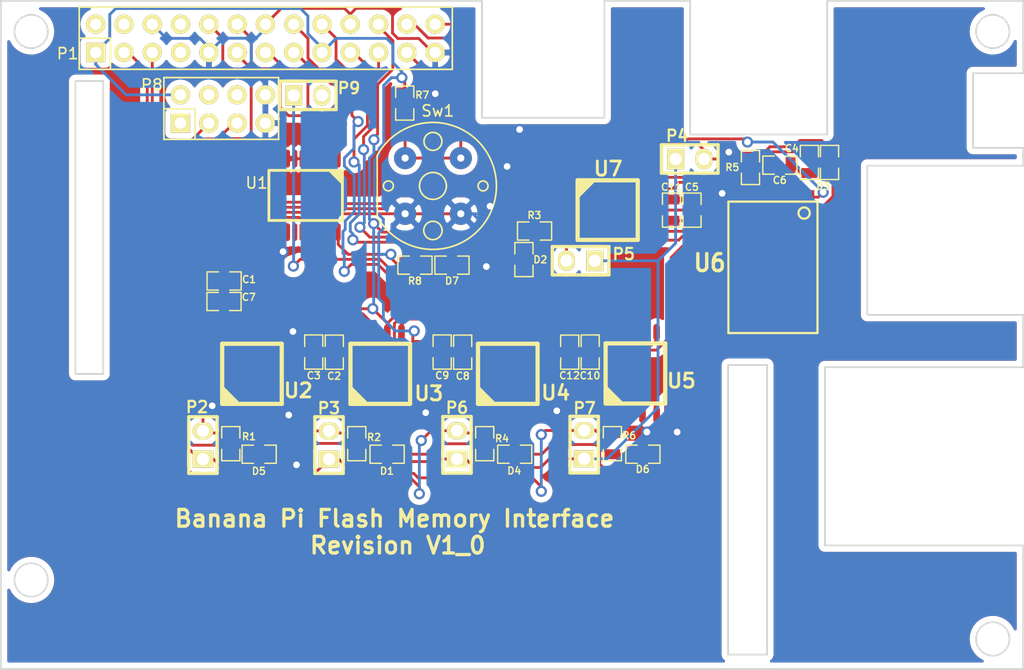
<source format=kicad_pcb>
(kicad_pcb (version 4) (host pcbnew 4.0.5-e0-6337~49~ubuntu16.04.1)
  (title_block (title "SPI Flash Memory Banana Pi Module") (date 2017-01-25) (rev V1_0) (company Volovique))
  (layers (0 F.Cu signal) (31 B.Cu signal) (34 B.Paste user) (35 F.Paste user) (36 B.SilkS user) (37 F.SilkS user) (38 B.Mask user) (39 F.Mask user) (44 Edge.Cuts user))
  (net 0 "")
  (net 1 3V3)
  (net 2 GND)
  (net 3 "Net-(C11-Pad1)")
  (net 4 "Net-(D1-Pad2)")
  (net 5 "Net-(D2-Pad2)")
  (net 6 "Net-(D3-Pad2)")
  (net 7 "Net-(D4-Pad2)")
  (net 8 "Net-(D5-Pad2)")
  (net 9 "Net-(D6-Pad2)")
  (net 10 ~SIG_RST)
  (net 11 ~SIG_WP)
  (net 12 ~SIG_CS)
  (net 13 SIG_SIO1)
  (net 14 SIG_SIO2)
  (net 15 ~SIG_CS2)
  (net 16 ~SIG_CS1)
  (net 17 ~SIG_CS3)
  (net 18 ~SIG_CS4)
  (net 19 "Net-(P1-Pad4)")
  (net 20 ~SIG_BUSY)
  (net 21 "Net-(P1-Pad2)")
  (net 22 "Net-(P1-Pad8)")
  (net 23 SIG_SIO0)
  (net 24 SIG_SCK)
  (net 25 SIG_SIO3)
  (net 26 SIG_DIR_IO)
  (net 27 ~SIG_CS5)
  (net 28 ~SIG_CS6)
  (net 29 "Net-(U1-Pad11)")
  (net 30 "Net-(U1-Pad12)")
  (net 31 "Net-(U1-Pad13)")
  (net 32 "Net-(U1-Pad14)")
  (net 33 SIG_BUF_SIO3)
  (net 34 SIG_BUF_SIO2)
  (net 35 SIG_BUF_SIO1)
  (net 36 SIG_BUF_SIO0)
  (net 37 "Net-(U6-Pad4)")
  (net 38 "Net-(U6-Pad5)")
  (net 39 "Net-(U6-Pad8)")
  (net 40 "Net-(U6-Pad9)")
  (net 41 "Net-(U6-Pad10)")
  (net 42 "Net-(U6-Pad15)")
  (net 43 "Net-(U6-Pad16)")
  (net 44 "Net-(U6-Pad17)")
  (net 45 "Net-(U6-Pad18)")
  (net 46 "Net-(U6-Pad19)")
  (net 47 "Net-(U6-Pad20)")
  (net 48 "Net-(U6-Pad21)")
  (net 49 "Net-(U6-Pad22)")
  (net 50 "Net-(U6-Pad23)")
  (net 51 "Net-(U6-Pad24)")
  (net 52 "Net-(U6-Pad25)")
  (net 53 "Net-(U6-Pad26)")
  (net 54 "Net-(U6-Pad27)")
  (net 55 "Net-(U6-Pad28)")
  (net 56 "Net-(P1-Pad7)")
  (net 57 "Net-(P8-Pad1)")
  (net 58 "Net-(P8-Pad4)")
  (net 59 "Net-(P8-Pad6)")
  (net 60 "Net-(P9-Pad2)")
  (net 61 "Net-(D7-Pad1)")
  (net 62 SIG_LED)
  (net 63 SIG_BTN)
  (module Goldpin:Goldpin_2_2_54mm_With_Strip (layer F.Cu) (at 157.44 113.32 90)
    (fp_text reference P6 (at 3.33 0 180) (layer F.SilkS) (effects (font (size 1.016 1.016) (thickness 0.2032))))
    (fp_text value ~CS~_Common hide)
    (pad 1 thru_hole rect (at -1.27 0 90) (size 1.524 1.85) (drill 1.1) (layers *.Cu *.Mask F.SilkS) (net 12 ~SIG_CS))
    (pad 2 thru_hole oval (at 1.27 0 90) (size 1.524 1.85) (drill 1.1) (layers *.Cu *.Mask F.SilkS) (net 17 ~SIG_CS3))
  )
  (module Goldpin:Goldpin_13_2_2_54mm (layer F.Cu) (at 140.24 76.82 90)
    (fp_text reference P1 (at -1.37 -17.76 180) (layer F.SilkS))
    (fp_text value BPi_Main_Interface hide)
    (pad 1 thru_hole rect (at -1.27 -15.24 90) (size 1.7272 1.7272) (drill 1.016) (layers *.Cu *.Mask F.SilkS) (net 1 3V3))
    (pad 2 thru_hole oval (at 1.27 -15.24 90) (size 1.7272 1.7272) (drill 1.016) (layers *.Cu *.Mask F.SilkS) (net 21 "Net-(P1-Pad2)"))
    (pad 3 thru_hole oval (at -1.27 -12.7 90) (size 1.7272 1.7272) (drill 1.016) (layers *.Cu *.Mask F.SilkS) (net 17 ~SIG_CS3))
    (pad 4 thru_hole oval (at 1.27 -12.7 90) (size 1.7272 1.7272) (drill 1.016) (layers *.Cu *.Mask F.SilkS) (net 19 "Net-(P1-Pad4)"))
    (pad 5 thru_hole oval (at -1.27 -10.16 90) (size 1.7272 1.7272) (drill 1.016) (layers *.Cu *.Mask F.SilkS) (net 18 ~SIG_CS4))
    (pad 6 thru_hole oval (at 1.27 -10.16 90) (size 1.7272 1.7272) (drill 1.016) (layers *.Cu *.Mask F.SilkS) (net 2 GND))
    (pad 7 thru_hole oval (at -1.27 -7.62 90) (size 1.7272 1.7272) (drill 1.016) (layers *.Cu *.Mask F.SilkS) (net 56 "Net-(P1-Pad7)"))
    (pad 8 thru_hole oval (at 1.27 -7.62 90) (size 1.7272 1.7272) (drill 1.016) (layers *.Cu *.Mask F.SilkS) (net 22 "Net-(P1-Pad8)"))
    (pad 9 thru_hole oval (at -1.27 -5.08 90) (size 1.7272 1.7272) (drill 1.016) (layers *.Cu *.Mask F.SilkS) (net 2 GND))
    (pad 10 thru_hole oval (at 1.27 -5.08 90) (size 1.7272 1.7272) (drill 1.016) (layers *.Cu *.Mask F.SilkS) (net 16 ~SIG_CS1))
    (pad 11 thru_hole oval (at -1.27 -2.54 90) (size 1.7272 1.7272) (drill 1.016) (layers *.Cu *.Mask F.SilkS) (net 25 SIG_SIO3))
    (pad 12 thru_hole oval (at 1.27 -2.54 90) (size 1.7272 1.7272) (drill 1.016) (layers *.Cu *.Mask F.SilkS) (net 23 SIG_SIO0))
    (pad 13 thru_hole oval (at -1.27 0 90) (size 1.7272 1.7272) (drill 1.016) (layers *.Cu *.Mask F.SilkS) (net 14 SIG_SIO2))
    (pad 14 thru_hole oval (at 1.27 0 90) (size 1.7272 1.7272) (drill 1.016) (layers *.Cu *.Mask F.SilkS) (net 2 GND))
    (pad 15 thru_hole oval (at -1.27 2.54 90) (size 1.7272 1.7272) (drill 1.016) (layers *.Cu *.Mask F.SilkS) (net 13 SIG_SIO1))
    (pad 16 thru_hole oval (at 1.27 2.54 90) (size 1.7272 1.7272) (drill 1.016) (layers *.Cu *.Mask F.SilkS) (net 26 SIG_DIR_IO))
    (pad 17 thru_hole oval (at -1.27 5.08 90) (size 1.7272 1.7272) (drill 1.016) (layers *.Cu *.Mask F.SilkS) (net 1 3V3))
    (pad 18 thru_hole oval (at 1.27 5.08 90) (size 1.7272 1.7272) (drill 1.016) (layers *.Cu *.Mask F.SilkS) (net 28 ~SIG_CS6))
    (pad 19 thru_hole oval (at -1.27 7.62 90) (size 1.7272 1.7272) (drill 1.016) (layers *.Cu *.Mask F.SilkS) (net 10 ~SIG_RST))
    (pad 20 thru_hole oval (at 1.27 7.62 90) (size 1.7272 1.7272) (drill 1.016) (layers *.Cu *.Mask F.SilkS) (net 2 GND))
    (pad 21 thru_hole oval (at -1.27 10.16 90) (size 1.7272 1.7272) (drill 1.016) (layers *.Cu *.Mask F.SilkS) (net 11 ~SIG_WP))
    (pad 22 thru_hole oval (at 1.27 10.16 90) (size 1.7272 1.7272) (drill 1.016) (layers *.Cu *.Mask F.SilkS) (net 24 SIG_SCK))
    (pad 23 thru_hole oval (at -1.27 12.7 90) (size 1.7272 1.7272) (drill 1.016) (layers *.Cu *.Mask F.SilkS) (net 63 SIG_BTN))
    (pad 24 thru_hole oval (at 1.27 12.7 90) (size 1.7272 1.7272) (drill 1.016) (layers *.Cu *.Mask F.SilkS) (net 27 ~SIG_CS5))
    (pad 25 thru_hole oval (at -1.27 15.24 90) (size 1.7272 1.7272) (drill 1.016) (layers *.Cu *.Mask F.SilkS) (net 2 GND))
    (pad 26 thru_hole oval (at 1.27 15.24 90) (size 1.7272 1.7272) (drill 1.016) (layers *.Cu *.Mask F.SilkS) (net 20 ~SIG_BUSY))
  )
  (module Memory_Eprom_Flash:SST26VF032B_SOIC (layer F.Cu) (at 162 106.94)
    (fp_text reference U4 (at 4.3 1.71) (layer F.SilkS) (effects (font (size 1.27 1.27) (thickness 0.256))))
    (fp_text value SST26VF032B hide)
    (pad 8 smd oval (at -1.905 -3.7) (size 0.59944 1.50114) (layers F.Cu F.Paste F.Mask) (net 1 3V3) (clearance 0.03))
    (pad 7 smd oval (at -0.635 -3.7) (size 0.59944 1.50114) (layers F.Cu F.Paste F.Mask) (net 33 SIG_BUF_SIO3) (clearance 0.03))
    (pad 6 smd oval (at 0.635 -3.7) (size 0.59944 1.50114) (layers F.Cu F.Paste F.Mask) (net 24 SIG_SCK) (clearance 0.03))
    (pad 5 smd oval (at 1.905 -3.7) (size 0.59944 1.50114) (layers F.Cu F.Paste F.Mask) (net 36 SIG_BUF_SIO0) (clearance 0.03))
    (pad 4 smd oval (at 1.905 3.7) (size 0.59944 1.50114) (layers F.Cu F.Paste F.Mask) (net 2 GND) (clearance 0.03))
    (pad 3 smd oval (at 0.635 3.7) (size 0.59944 1.50114) (layers F.Cu F.Paste F.Mask) (net 34 SIG_BUF_SIO2) (clearance 0.03))
    (pad 2 smd oval (at -0.635 3.7) (size 0.59944 1.50114) (layers F.Cu F.Paste F.Mask) (net 35 SIG_BUF_SIO1) (clearance 0.03))
    (pad 1 smd oval (at -1.905 3.7) (size 0.59944 1.50114) (layers F.Cu F.Paste F.Mask) (net 17 ~SIG_CS3) (clearance 0.03))
  )
  (module Memory_Eprom_Flash:SST26VF016B_SOIC (layer F.Cu) (at 150.55 106.94)
    (fp_text reference U3 (at 4.36 1.77) (layer F.SilkS) (effects (font (size 1.27 1.27) (thickness 0.256))))
    (fp_text value SST26VF016B hide)
    (pad 8 smd oval (at -1.905 -3.7) (size 0.59944 1.50114) (layers F.Cu F.Paste F.Mask) (net 1 3V3) (clearance 0.03))
    (pad 7 smd oval (at -0.635 -3.7) (size 0.59944 1.50114) (layers F.Cu F.Paste F.Mask) (net 33 SIG_BUF_SIO3) (clearance 0.03))
    (pad 6 smd oval (at 0.635 -3.7) (size 0.59944 1.50114) (layers F.Cu F.Paste F.Mask) (net 24 SIG_SCK) (clearance 0.03))
    (pad 5 smd oval (at 1.905 -3.7) (size 0.59944 1.50114) (layers F.Cu F.Paste F.Mask) (net 36 SIG_BUF_SIO0) (clearance 0.03))
    (pad 4 smd oval (at 1.905 3.7) (size 0.59944 1.50114) (layers F.Cu F.Paste F.Mask) (net 2 GND) (clearance 0.03))
    (pad 3 smd oval (at 0.635 3.7) (size 0.59944 1.50114) (layers F.Cu F.Paste F.Mask) (net 34 SIG_BUF_SIO2) (clearance 0.03))
    (pad 2 smd oval (at -0.635 3.7) (size 0.59944 1.50114) (layers F.Cu F.Paste F.Mask) (net 35 SIG_BUF_SIO1) (clearance 0.03))
    (pad 1 smd oval (at -1.905 3.7) (size 0.59944 1.50114) (layers F.Cu F.Paste F.Mask) (net 15 ~SIG_CS2) (clearance 0.03))
  )
  (module Capacitors_Smd_0805:100nF_0805 (layer F.Cu) (at 136.525 98.605 180)
    (fp_text reference C1 (at -2.245 0.135 360) (layer F.SilkS) (effects (font (size 0.635 0.635) (thickness 0.127))))
    (fp_text value 100nF hide)
    (pad 1 smd rect (at -0.9525 0 180) (size 0.889 1.397) (layers F.Cu F.Paste F.Mask) (net 1 3V3))
    (pad 2 smd rect (at 0.9525 0 180) (size 0.889 1.397) (layers F.Cu F.Paste F.Mask) (net 2 GND))
  )
  (module Capacitors_Smd_0805:10uF_0805 (layer F.Cu) (at 146.42 104.99 90)
    (fp_text reference C2 (at -2.15 -0.01 180) (layer F.SilkS) (effects (font (size 0.635 0.635) (thickness 0.127))))
    (fp_text value 10uF hide)
    (pad 1 smd rect (at -0.9525 0 90) (size 0.889 1.397) (layers F.Cu F.Paste F.Mask) (net 2 GND))
    (pad 2 smd rect (at 0.9525 0 90) (size 0.889 1.397) (layers F.Cu F.Paste F.Mask) (net 1 3V3))
  )
  (module Capacitors_Smd_0805:100nF_0805 (layer F.Cu) (at 144.58 104.99 270)
    (fp_text reference C3 (at 2.11 0 360) (layer F.SilkS) (effects (font (size 0.635 0.635) (thickness 0.127))))
    (fp_text value 100nF hide)
    (pad 1 smd rect (at -0.9525 0 270) (size 0.889 1.397) (layers F.Cu F.Paste F.Mask) (net 1 3V3))
    (pad 2 smd rect (at 0.9525 0 270) (size 0.889 1.397) (layers F.Cu F.Paste F.Mask) (net 2 GND))
  )
  (module Capacitors_Smd_0805:100nF_0805 (layer F.Cu) (at 189.08 87.96 90)
    (fp_text reference C4 (at 1.26 -1.57 180) (layer F.SilkS) (effects (font (size 0.635 0.635) (thickness 0.127))))
    (fp_text value 100nF hide)
    (pad 1 smd rect (at -0.9525 0 90) (size 0.889 1.397) (layers F.Cu F.Paste F.Mask) (net 1 3V3))
    (pad 2 smd rect (at 0.9525 0 90) (size 0.889 1.397) (layers F.Cu F.Paste F.Mask) (net 2 GND))
  )
  (module Capacitors_Smd_0805:100nF_0805 (layer F.Cu) (at 178.54 92.24 90)
    (fp_text reference C5 (at 2.07 -0.01 180) (layer F.SilkS) (effects (font (size 0.635 0.635) (thickness 0.127))))
    (fp_text value 100nF hide)
    (pad 1 smd rect (at -0.9525 0 90) (size 0.889 1.397) (layers F.Cu F.Paste F.Mask) (net 3 "Net-(C11-Pad1)"))
    (pad 2 smd rect (at 0.9525 0 90) (size 0.889 1.397) (layers F.Cu F.Paste F.Mask) (net 2 GND))
  )
  (module Capacitors_Smd_0805:10uF_0805 (layer F.Cu) (at 186.44 88.2)
    (fp_text reference C6 (at -0.02 1.36) (layer F.SilkS) (effects (font (size 0.635 0.635) (thickness 0.127))))
    (fp_text value 10uF hide)
    (pad 1 smd rect (at -0.9525 0) (size 0.889 1.397) (layers F.Cu F.Paste F.Mask) (net 2 GND))
    (pad 2 smd rect (at 0.9525 0) (size 0.889 1.397) (layers F.Cu F.Paste F.Mask) (net 1 3V3))
  )
  (module Capacitors_Smd_0805:10uF_0805 (layer F.Cu) (at 136.525 100.445)
    (fp_text reference C7 (at 2.215 -0.385 180) (layer F.SilkS) (effects (font (size 0.635 0.635) (thickness 0.127))))
    (fp_text value 10uF hide)
    (pad 1 smd rect (at -0.9525 0) (size 0.889 1.397) (layers F.Cu F.Paste F.Mask) (net 2 GND))
    (pad 2 smd rect (at 0.9525 0) (size 0.889 1.397) (layers F.Cu F.Paste F.Mask) (net 1 3V3))
  )
  (module Capacitors_Smd_0805:10uF_0805 (layer F.Cu) (at 157.95 104.99 90)
    (fp_text reference C8 (at -2.15 0.01 180) (layer F.SilkS) (effects (font (size 0.635 0.635) (thickness 0.127))))
    (fp_text value 10uF hide)
    (pad 1 smd rect (at -0.9525 0 90) (size 0.889 1.397) (layers F.Cu F.Paste F.Mask) (net 2 GND))
    (pad 2 smd rect (at 0.9525 0 90) (size 0.889 1.397) (layers F.Cu F.Paste F.Mask) (net 1 3V3))
  )
  (module Capacitors_Smd_0805:100nF_0805 (layer F.Cu) (at 156.11 104.99 270)
    (fp_text reference C9 (at 2.1 0 360) (layer F.SilkS) (effects (font (size 0.635 0.635) (thickness 0.127))))
    (fp_text value 100nF hide)
    (pad 1 smd rect (at -0.9525 0 270) (size 0.889 1.397) (layers F.Cu F.Paste F.Mask) (net 1 3V3))
    (pad 2 smd rect (at 0.9525 0 270) (size 0.889 1.397) (layers F.Cu F.Paste F.Mask) (net 2 GND))
  )
  (module Capacitors_Smd_0805:10uF_0805 (layer F.Cu) (at 169.4 104.99 270)
    (fp_text reference C10 (at 2.12 0.02 360) (layer F.SilkS) (effects (font (size 0.635 0.635) (thickness 0.127))))
    (fp_text value 10uF hide)
    (pad 1 smd rect (at -0.9525 0 270) (size 0.889 1.397) (layers F.Cu F.Paste F.Mask) (net 2 GND))
    (pad 2 smd rect (at 0.9525 0 270) (size 0.889 1.397) (layers F.Cu F.Paste F.Mask) (net 1 3V3))
  )
  (module Capacitors_Smd_0805:10uF_0805 (layer F.Cu) (at 176.7 92.24 90)
    (fp_text reference C11 (at 2.07 -0.01 180) (layer F.SilkS) (effects (font (size 0.635 0.635) (thickness 0.127))))
    (fp_text value 10uF hide)
    (pad 1 smd rect (at -0.9525 0 90) (size 0.889 1.397) (layers F.Cu F.Paste F.Mask) (net 3 "Net-(C11-Pad1)"))
    (pad 2 smd rect (at 0.9525 0 90) (size 0.889 1.397) (layers F.Cu F.Paste F.Mask) (net 2 GND))
  )
  (module Capacitors_Smd_0805:100nF_0805 (layer F.Cu) (at 167.56 104.99 90)
    (fp_text reference C12 (at -2.11 -0.01 180) (layer F.SilkS) (effects (font (size 0.635 0.635) (thickness 0.127))))
    (fp_text value 100nF hide)
    (pad 1 smd rect (at -0.9525 0 90) (size 0.889 1.397) (layers F.Cu F.Paste F.Mask) (net 1 3V3))
    (pad 2 smd rect (at 0.9525 0 90) (size 0.889 1.397) (layers F.Cu F.Paste F.Mask) (net 2 GND))
  )
  (module Resistor_Smd_0805:330R_0805 (layer F.Cu) (at 137.13 113.21 90)
    (fp_text reference R1 (at 0.63 1.63 180) (layer F.SilkS) (effects (font (size 0.635 0.635) (thickness 0.127))))
    (fp_text value 330R hide)
    (pad 1 smd rect (at -0.9525 0 90) (size 0.889 1.397) (layers F.Cu F.Paste F.Mask) (net 8 "Net-(D5-Pad2)"))
    (pad 2 smd rect (at 0.9525 0 90) (size 0.889 1.397) (layers F.Cu F.Paste F.Mask) (net 16 ~SIG_CS1))
  )
  (module Resistor_Smd_0805:330R_0805 (layer F.Cu) (at 148.44 113.21 90)
    (fp_text reference R2 (at 0.57 1.55 180) (layer F.SilkS) (effects (font (size 0.635 0.635) (thickness 0.127))))
    (fp_text value 330R hide)
    (pad 1 smd rect (at -0.9525 0 90) (size 0.889 1.397) (layers F.Cu F.Paste F.Mask) (net 4 "Net-(D1-Pad2)"))
    (pad 2 smd rect (at 0.9525 0 90) (size 0.889 1.397) (layers F.Cu F.Paste F.Mask) (net 15 ~SIG_CS2))
  )
  (module Resistor_Smd_0805:330R_0805 (layer F.Cu) (at 164.4 94.12 180)
    (fp_text reference R3 (at 0.01 1.41 180) (layer F.SilkS) (effects (font (size 0.635 0.635) (thickness 0.127))))
    (fp_text value 330R_0805 hide)
    (pad 1 smd rect (at -0.9525 0 180) (size 0.889 1.397) (layers F.Cu F.Paste F.Mask) (net 28 ~SIG_CS6))
    (pad 2 smd rect (at 0.9525 0 180) (size 0.889 1.397) (layers F.Cu F.Paste F.Mask) (net 5 "Net-(D2-Pad2)"))
  )
  (module Resistor_Smd_0805:330R_0805 (layer F.Cu) (at 159.93 113.21 90)
    (fp_text reference R4 (at 0.46 1.55 180) (layer F.SilkS) (effects (font (size 0.635 0.635) (thickness 0.127))))
    (fp_text value 330R hide)
    (pad 1 smd rect (at -0.9525 0 90) (size 0.889 1.397) (layers F.Cu F.Paste F.Mask) (net 7 "Net-(D4-Pad2)"))
    (pad 2 smd rect (at 0.9525 0 90) (size 0.889 1.397) (layers F.Cu F.Paste F.Mask) (net 17 ~SIG_CS3))
  )
  (module Resistor_Smd_0805:330R_0805 (layer F.Cu) (at 183.79 88.41 90)
    (fp_text reference R5 (at 0.01 -1.63 180) (layer F.SilkS) (effects (font (size 0.635 0.635) (thickness 0.127))))
    (fp_text value 330R_0805 hide)
    (pad 1 smd rect (at -0.9525 0 90) (size 0.889 1.397) (layers F.Cu F.Paste F.Mask) (net 27 ~SIG_CS5))
    (pad 2 smd rect (at 0.9525 0 90) (size 0.889 1.397) (layers F.Cu F.Paste F.Mask) (net 6 "Net-(D3-Pad2)"))
  )
  (module Resistor_Smd_0805:330R_0805 (layer F.Cu) (at 171.39 113.21 90)
    (fp_text reference R6 (at 0.72 1.51 180) (layer F.SilkS) (effects (font (size 0.635 0.635) (thickness 0.127))))
    (fp_text value 330R hide)
    (pad 1 smd rect (at -0.9525 0 90) (size 0.889 1.397) (layers F.Cu F.Paste F.Mask) (net 9 "Net-(D6-Pad2)"))
    (pad 2 smd rect (at 0.9525 0 90) (size 0.889 1.397) (layers F.Cu F.Paste F.Mask) (net 18 ~SIG_CS4))
  )
  (module Memory_Eprom_Flash:SST26VF016_SOIC (layer F.Cu) (at 139.03 106.94)
    (fp_text reference U2 (at 4.16 1.5) (layer F.SilkS) (effects (font (size 1.27 1.27) (thickness 0.256))))
    (fp_text value SST26VF016 hide)
    (pad 8 smd oval (at -1.905 -3.7) (size 0.59944 1.50114) (layers F.Cu F.Paste F.Mask) (net 1 3V3) (clearance 0.03))
    (pad 7 smd oval (at -0.635 -3.7) (size 0.59944 1.50114) (layers F.Cu F.Paste F.Mask) (net 33 SIG_BUF_SIO3) (clearance 0.03))
    (pad 6 smd oval (at 0.635 -3.7) (size 0.59944 1.50114) (layers F.Cu F.Paste F.Mask) (net 24 SIG_SCK) (clearance 0.03))
    (pad 5 smd oval (at 1.905 -3.7) (size 0.59944 1.50114) (layers F.Cu F.Paste F.Mask) (net 36 SIG_BUF_SIO0) (clearance 0.03))
    (pad 4 smd oval (at 1.905 3.7) (size 0.59944 1.50114) (layers F.Cu F.Paste F.Mask) (net 2 GND) (clearance 0.03))
    (pad 3 smd oval (at 0.635 3.7) (size 0.59944 1.50114) (layers F.Cu F.Paste F.Mask) (net 34 SIG_BUF_SIO2) (clearance 0.03))
    (pad 2 smd oval (at -0.635 3.7) (size 0.59944 1.50114) (layers F.Cu F.Paste F.Mask) (net 35 SIG_BUF_SIO1) (clearance 0.03))
    (pad 1 smd oval (at -1.905 3.7) (size 0.59944 1.50114) (layers F.Cu F.Paste F.Mask) (net 16 ~SIG_CS1) (clearance 0.03))
  )
  (module Memory_Eprom_Flash:SST26VF064B_SOIC (layer F.Cu) (at 173.46 106.91)
    (fp_text reference U5 (at 4.13 0.66) (layer F.SilkS) (effects (font (size 1.27 1.27) (thickness 0.256))))
    (fp_text value SST26VF064B hide)
    (pad 8 smd oval (at -1.905 -3.7) (size 0.59944 1.50114) (layers F.Cu F.Paste F.Mask) (net 1 3V3) (clearance 0.03))
    (pad 7 smd oval (at -0.635 -3.7) (size 0.59944 1.50114) (layers F.Cu F.Paste F.Mask) (net 33 SIG_BUF_SIO3) (clearance 0.03))
    (pad 6 smd oval (at 0.635 -3.7) (size 0.59944 1.50114) (layers F.Cu F.Paste F.Mask) (net 24 SIG_SCK) (clearance 0.03))
    (pad 5 smd oval (at 1.905 -3.7) (size 0.59944 1.50114) (layers F.Cu F.Paste F.Mask) (net 36 SIG_BUF_SIO0) (clearance 0.03))
    (pad 4 smd oval (at 1.905 3.7) (size 0.59944 1.50114) (layers F.Cu F.Paste F.Mask) (net 2 GND) (clearance 0.03))
    (pad 3 smd oval (at 0.635 3.7) (size 0.59944 1.50114) (layers F.Cu F.Paste F.Mask) (net 34 SIG_BUF_SIO2) (clearance 0.03))
    (pad 2 smd oval (at -0.635 3.7) (size 0.59944 1.50114) (layers F.Cu F.Paste F.Mask) (net 35 SIG_BUF_SIO1) (clearance 0.03))
    (pad 1 smd oval (at -1.905 3.7) (size 0.59944 1.50114) (layers F.Cu F.Paste F.Mask) (net 18 ~SIG_CS4) (clearance 0.03))
  )
  (module Memory_Eprom_Flash:AT45DB321C_TSSOP (layer F.Cu) (at 185.81 97.38 180)
    (fp_text reference U6 (at 5.68 0.4 360) (layer F.SilkS) (effects (font (size 1.524 1.397) (thickness 0.3048))))
    (fp_text value AT45DB321C hide)
    (pad 1 smd rect (at -3.57378 6.2992 180) (size 0.2794 1.27) (layers F.Cu F.Paste F.Mask) (net 20 ~SIG_BUSY) (clearance 0.03))
    (pad 2 smd rect (at -3.02514 6.2992 180) (size 0.2794 1.27) (layers F.Cu F.Paste F.Mask) (net 10 ~SIG_RST) (clearance 0.03))
    (pad 3 smd rect (at -2.47396 6.2992 180) (size 0.2794 1.27) (layers F.Cu F.Paste F.Mask) (net 11 ~SIG_WP) (clearance 0.03))
    (pad 4 smd rect (at -1.92532 6.2992 180) (size 0.2794 1.27) (layers F.Cu F.Paste F.Mask) (net 37 "Net-(U6-Pad4)") (clearance 0.03))
    (pad 5 smd rect (at -1.37414 6.2992 180) (size 0.2794 1.27) (layers F.Cu F.Paste F.Mask) (net 38 "Net-(U6-Pad5)") (clearance 0.03))
    (pad 6 smd rect (at -0.8255 6.2992 180) (size 0.2794 1.27) (layers F.Cu F.Paste F.Mask) (net 1 3V3) (clearance 0.03))
    (pad 7 smd rect (at -0.27432 6.2992 180) (size 0.2794 1.27) (layers F.Cu F.Paste F.Mask) (net 2 GND) (clearance 0.03))
    (pad 8 smd rect (at 0.27432 6.2992 180) (size 0.2794 1.27) (layers F.Cu F.Paste F.Mask) (net 39 "Net-(U6-Pad8)") (clearance 0.03))
    (pad 9 smd rect (at 0.8255 6.2992 180) (size 0.2794 1.27) (layers F.Cu F.Paste F.Mask) (net 40 "Net-(U6-Pad9)") (clearance 0.03))
    (pad 10 smd rect (at 1.37414 6.2992 180) (size 0.2794 1.27) (layers F.Cu F.Paste F.Mask) (net 41 "Net-(U6-Pad10)") (clearance 0.03))
    (pad 11 smd rect (at 1.92532 6.2992 180) (size 0.2794 1.27) (layers F.Cu F.Paste F.Mask) (net 27 ~SIG_CS5) (clearance 0.03))
    (pad 12 smd rect (at 2.47396 6.2992 180) (size 0.2794 1.27) (layers F.Cu F.Paste F.Mask) (net 24 SIG_SCK) (clearance 0.03))
    (pad 13 smd rect (at 3.02514 6.2992 180) (size 0.2794 1.27) (layers F.Cu F.Paste F.Mask) (net 23 SIG_SIO0) (clearance 0.03))
    (pad 14 smd rect (at 3.57378 6.2992 180) (size 0.2794 1.27) (layers F.Cu F.Paste F.Mask) (net 35 SIG_BUF_SIO1) (clearance 0.03))
    (pad 15 smd rect (at 3.57378 -6.2992 180) (size 0.2794 1.27) (layers F.Cu F.Paste F.Mask) (net 42 "Net-(U6-Pad15)") (clearance 0.03))
    (pad 16 smd rect (at 3.02514 -6.2992 180) (size 0.2794 1.27) (layers F.Cu F.Paste F.Mask) (net 43 "Net-(U6-Pad16)") (clearance 0.03))
    (pad 17 smd rect (at 2.47396 -6.2992 180) (size 0.2794 1.27) (layers F.Cu F.Paste F.Mask) (net 44 "Net-(U6-Pad17)") (clearance 0.03))
    (pad 18 smd rect (at 1.92532 -6.2992 180) (size 0.2794 1.27) (layers F.Cu F.Paste F.Mask) (net 45 "Net-(U6-Pad18)") (clearance 0.03))
    (pad 19 smd rect (at 1.37414 -6.2992 180) (size 0.2794 1.27) (layers F.Cu F.Paste F.Mask) (net 46 "Net-(U6-Pad19)") (clearance 0.03))
    (pad 20 smd rect (at 0.8255 -6.2992 180) (size 0.2794 1.27) (layers F.Cu F.Paste F.Mask) (net 47 "Net-(U6-Pad20)") (clearance 0.03))
    (pad 21 smd rect (at 0.27432 -6.2992 180) (size 0.2794 1.27) (layers F.Cu F.Paste F.Mask) (net 48 "Net-(U6-Pad21)") (clearance 0.03))
    (pad 22 smd rect (at -0.27432 -6.2992 180) (size 0.2794 1.27) (layers F.Cu F.Paste F.Mask) (net 49 "Net-(U6-Pad22)") (clearance 0.03))
    (pad 23 smd rect (at -0.8255 -6.2992 180) (size 0.2794 1.27) (layers F.Cu F.Paste F.Mask) (net 50 "Net-(U6-Pad23)") (clearance 0.03))
    (pad 24 smd rect (at -1.37414 -6.2992 180) (size 0.2794 1.27) (layers F.Cu F.Paste F.Mask) (net 51 "Net-(U6-Pad24)") (clearance 0.03))
    (pad 25 smd rect (at -1.92532 -6.2992 180) (size 0.2794 1.27) (layers F.Cu F.Paste F.Mask) (net 52 "Net-(U6-Pad25)") (clearance 0.03))
    (pad 26 smd rect (at -2.47396 -6.2992 180) (size 0.2794 1.27) (layers F.Cu F.Paste F.Mask) (net 53 "Net-(U6-Pad26)") (clearance 0.03))
    (pad 27 smd rect (at -3.02514 -6.2992 180) (size 0.2794 1.27) (layers F.Cu F.Paste F.Mask) (net 54 "Net-(U6-Pad27)") (clearance 0.03))
    (pad 28 smd rect (at -3.57378 -6.2992 180) (size 0.2794 1.27) (layers F.Cu F.Paste F.Mask) (net 55 "Net-(U6-Pad28)") (clearance 0.03))
  )
  (module Memory_Eprom_Flash:AT45DB161D_SOIC (layer F.Cu) (at 170.97 92.24 270)
    (fp_text reference U7 (at -3.71 -0.04 360) (layer F.SilkS) (effects (font (size 1.27 1.27) (thickness 0.256))))
    (fp_text value AT45DB161 hide)
    (pad 8 smd oval (at -1.905 -3.7 270) (size 0.59944 1.50114) (layers F.Cu F.Paste F.Mask) (net 35 SIG_BUF_SIO1) (clearance 0.03))
    (pad 7 smd oval (at -0.635 -3.7 270) (size 0.59944 1.50114) (layers F.Cu F.Paste F.Mask) (net 2 GND) (clearance 0.03))
    (pad 6 smd oval (at 0.635 -3.7 270) (size 0.59944 1.50114) (layers F.Cu F.Paste F.Mask) (net 3 "Net-(C11-Pad1)") (clearance 0.03))
    (pad 5 smd oval (at 1.905 -3.7 270) (size 0.59944 1.50114) (layers F.Cu F.Paste F.Mask) (net 11 ~SIG_WP) (clearance 0.03))
    (pad 4 smd oval (at 1.905 3.7 270) (size 0.59944 1.50114) (layers F.Cu F.Paste F.Mask) (net 28 ~SIG_CS6) (clearance 0.03))
    (pad 3 smd oval (at 0.635 3.7 270) (size 0.59944 1.50114) (layers F.Cu F.Paste F.Mask) (net 10 ~SIG_RST) (clearance 0.03))
    (pad 2 smd oval (at -0.635 3.7 270) (size 0.59944 1.50114) (layers F.Cu F.Paste F.Mask) (net 24 SIG_SCK) (clearance 0.03))
    (pad 1 smd oval (at -1.905 3.7 270) (size 0.59944 1.50114) (layers F.Cu F.Paste F.Mask) (net 23 SIG_SIO0) (clearance 0.03))
  )
  (module Diodes:LED_KP-2012HD_SM0805 (layer F.Cu) (at 151.16 114.16 180)
    (fp_text reference D1 (at 0.01 -1.51 360) (layer F.SilkS) (effects (font (size 0.635 0.635) (thickness 0.127))))
    (fp_text value LED hide)
    (pad 1 smd rect (at -0.9525 0 180) (size 0.889 1.397) (layers F.Cu F.Paste F.Mask) (net 1 3V3) (clearance 0.1))
    (pad 2 smd rect (at 0.9525 0 180) (size 0.889 1.397) (layers F.Cu F.Paste F.Mask) (net 4 "Net-(D1-Pad2)") (clearance 0.1))
  )
  (module Diodes:LED_KP-2012HD_SM0805 (layer F.Cu) (at 163.45 96.68 90)
    (fp_text reference D2 (at -0.01 1.47 180) (layer F.SilkS) (effects (font (size 0.635 0.635) (thickness 0.127))))
    (fp_text value LED hide)
    (pad 1 smd rect (at -0.9525 0 90) (size 0.889 1.397) (layers F.Cu F.Paste F.Mask) (net 1 3V3) (clearance 0.1))
    (pad 2 smd rect (at 0.9525 0 90) (size 0.889 1.397) (layers F.Cu F.Paste F.Mask) (net 5 "Net-(D2-Pad2)") (clearance 0.1))
  )
  (module Diodes:LED_KP-2012HD_SM0805 (layer F.Cu) (at 190.89 87.96 90)
    (fp_text reference D3 (at -2.14 -0.57 180) (layer F.SilkS) (effects (font (size 0.635 0.635) (thickness 0.127))))
    (fp_text value LED hide)
    (pad 1 smd rect (at -0.9525 0 90) (size 0.889 1.397) (layers F.Cu F.Paste F.Mask) (net 1 3V3) (clearance 0.1))
    (pad 2 smd rect (at 0.9525 0 90) (size 0.889 1.397) (layers F.Cu F.Paste F.Mask) (net 6 "Net-(D3-Pad2)") (clearance 0.1))
  )
  (module Diodes:LED_KP-2012HD_SM0805 (layer F.Cu) (at 162.62 114.16 180)
    (fp_text reference D4 (at 0.04 -1.49 360) (layer F.SilkS) (effects (font (size 0.635 0.635) (thickness 0.127))))
    (fp_text value LED hide)
    (pad 1 smd rect (at -0.9525 0 180) (size 0.889 1.397) (layers F.Cu F.Paste F.Mask) (net 1 3V3) (clearance 0.1))
    (pad 2 smd rect (at 0.9525 0 180) (size 0.889 1.397) (layers F.Cu F.Paste F.Mask) (net 7 "Net-(D4-Pad2)") (clearance 0.1))
  )
  (module Diodes:LED_KP-2012HD_SM0805 (layer F.Cu) (at 139.67 114.16 180)
    (fp_text reference D5 (at 0.02 -1.52 360) (layer F.SilkS) (effects (font (size 0.635 0.635) (thickness 0.127))))
    (fp_text value LED hide)
    (pad 1 smd rect (at -0.9525 0 180) (size 0.889 1.397) (layers F.Cu F.Paste F.Mask) (net 1 3V3) (clearance 0.1))
    (pad 2 smd rect (at 0.9525 0 180) (size 0.889 1.397) (layers F.Cu F.Paste F.Mask) (net 8 "Net-(D5-Pad2)") (clearance 0.1))
  )
  (module Diodes:LED_KP-2012HD_SM0805 (layer F.Cu) (at 174.13 114.16 180)
    (fp_text reference D6 (at 0.02 -1.35 180) (layer F.SilkS) (effects (font (size 0.635 0.635) (thickness 0.127))))
    (fp_text value LED hide)
    (pad 1 smd rect (at -0.9525 0 180) (size 0.889 1.397) (layers F.Cu F.Paste F.Mask) (net 1 3V3) (clearance 0.1))
    (pad 2 smd rect (at 0.9525 0 180) (size 0.889 1.397) (layers F.Cu F.Paste F.Mask) (net 9 "Net-(D6-Pad2)") (clearance 0.1))
  )
  (module Goldpin:Goldpin_2_2_54mm_With_Strip (layer F.Cu) (at 134.63 113.34 90)
    (fp_text reference P2 (at 3.41 -0.53 180) (layer F.SilkS) (effects (font (size 1.016 1.016) (thickness 0.2032))))
    (fp_text value ~CS~_Common hide)
    (pad 1 thru_hole rect (at -1.27 0 90) (size 1.524 1.85) (drill 1.1) (layers *.Cu *.Mask F.SilkS) (net 12 ~SIG_CS))
    (pad 2 thru_hole oval (at 1.27 0 90) (size 1.524 1.85) (drill 1.1) (layers *.Cu *.Mask F.SilkS) (net 16 ~SIG_CS1))
  )
  (module Goldpin:Goldpin_2_2_54mm_With_Strip (layer F.Cu) (at 145.95 113.34 90)
    (fp_text reference P3 (at 3.31 -0.01 180) (layer F.SilkS) (effects (font (size 1.016 1.016) (thickness 0.2032))))
    (fp_text value ~CS~_Common hide)
    (pad 1 thru_hole rect (at -1.27 0 90) (size 1.524 1.85) (drill 1.1) (layers *.Cu *.Mask F.SilkS) (net 12 ~SIG_CS))
    (pad 2 thru_hole oval (at 1.27 0 90) (size 1.524 1.85) (drill 1.1) (layers *.Cu *.Mask F.SilkS) (net 15 ~SIG_CS2))
  )
  (module Goldpin:Goldpin_2_2_54mm_With_Strip (layer F.Cu) (at 178.34 87.65)
    (fp_text reference P4 (at -1.13 -2.08 180) (layer F.SilkS) (effects (font (size 1.016 1.016) (thickness 0.2032))))
    (fp_text value ~CS~_Common hide)
    (pad 1 thru_hole rect (at -1.27 0) (size 1.524 1.85) (drill 1.1) (layers *.Cu *.Mask F.SilkS) (net 12 ~SIG_CS))
    (pad 2 thru_hole oval (at 1.27 0) (size 1.524 1.85) (drill 1.1) (layers *.Cu *.Mask F.SilkS) (net 27 ~SIG_CS5))
  )
  (module Goldpin:Goldpin_2_2_54mm_With_Strip (layer F.Cu) (at 168.54 96.79 180)
    (fp_text reference P5 (at -3.87 0.6 360) (layer F.SilkS) (effects (font (size 1.016 1.016) (thickness 0.2032))))
    (fp_text value ~CS~_Common hide)
    (pad 1 thru_hole rect (at -1.27 0 180) (size 1.524 1.85) (drill 1.1) (layers *.Cu *.Mask F.SilkS) (net 12 ~SIG_CS))
    (pad 2 thru_hole oval (at 1.27 0 180) (size 1.524 1.85) (drill 1.1) (layers *.Cu *.Mask F.SilkS) (net 28 ~SIG_CS6))
  )
  (module Goldpin:Goldpin_2_2_54mm_With_Strip (layer F.Cu) (at 168.86 113.3 90)
    (fp_text reference P7 (at 3.27 0.04 180) (layer F.SilkS) (effects (font (size 1.016 1.016) (thickness 0.2032))))
    (fp_text value ~CS~_Common hide)
    (pad 1 thru_hole rect (at -1.27 0 90) (size 1.524 1.85) (drill 1.1) (layers *.Cu *.Mask F.SilkS) (net 12 ~SIG_CS))
    (pad 2 thru_hole oval (at 1.27 0 90) (size 1.524 1.85) (drill 1.1) (layers *.Cu *.Mask F.SilkS) (net 18 ~SIG_CS4))
  )
  (module Goldpin:Goldpin_4_2_2_54mm (layer F.Cu) (at 136.42 83.16 90)
    (fp_text reference P8 (at 2.16 -6.38 180) (layer F.SilkS))
    (fp_text value BPi-4Pin_Interface hide)
    (pad 1 thru_hole rect (at -1.27 -3.81 90) (size 1.7272 1.7272) (drill 1.016) (layers *.Cu *.Mask F.SilkS) (net 57 "Net-(P8-Pad1)"))
    (pad 2 thru_hole oval (at 1.27 -3.81 90) (size 1.7272 1.7272) (drill 1.016) (layers *.Cu *.Mask F.SilkS) (net 1 3V3))
    (pad 3 thru_hole oval (at -1.27 -1.27 90) (size 1.7272 1.7272) (drill 1.016) (layers *.Cu *.Mask F.SilkS) (net 12 ~SIG_CS))
    (pad 4 thru_hole oval (at 1.27 -1.27 90) (size 1.7272 1.7272) (drill 1.016) (layers *.Cu *.Mask F.SilkS) (net 58 "Net-(P8-Pad4)"))
    (pad 5 thru_hole oval (at -1.27 1.27 90) (size 1.7272 1.7272) (drill 1.016) (layers *.Cu *.Mask F.SilkS) (net 15 ~SIG_CS2))
    (pad 6 thru_hole oval (at 1.27 1.27 90) (size 1.7272 1.7272) (drill 1.016) (layers *.Cu *.Mask F.SilkS) (net 59 "Net-(P8-Pad6)"))
    (pad 7 thru_hole oval (at -1.27 3.81 90) (size 1.7272 1.7272) (drill 1.016) (layers *.Cu *.Mask F.SilkS) (net 2 GND))
    (pad 8 thru_hole oval (at 1.27 3.81 90) (size 1.7272 1.7272) (drill 1.016) (layers *.Cu *.Mask F.SilkS) (net 2 GND))
  )
  (module Goldpin:Goldpin_2_2_54mm (layer F.Cu) (at 144.04 81.94)
    (fp_text reference P9 (at 3.7 -0.65) (layer F.SilkS) (effects (font (size 1.016 1.016) (thickness 0.2032))))
    (fp_text value BPi-2Pin_Interface hide)
    (pad 1 thru_hole rect (at -1.27 0) (size 1.524 1.85) (drill 1.1) (layers *.Cu *.Mask F.SilkS) (net 62 SIG_LED))
    (pad 2 thru_hole oval (at 1.27 0) (size 1.524 1.85) (drill 1.1) (layers *.Cu *.Mask F.SilkS) (net 60 "Net-(P9-Pad2)"))
  )
  (module Resistor_Smd_0805:10k_0805 (layer F.Cu) (at 152.75 82.63 270)
    (fp_text reference R7 (at -0.72 -1.57 360) (layer F.SilkS) (effects (font (size 0.635 0.635) (thickness 0.127))))
    (fp_text value 10K hide)
    (pad 1 smd rect (at -0.9525 0 270) (size 0.889 1.397) (layers F.Cu F.Paste F.Mask) (net 1 3V3))
    (pad 2 smd rect (at 0.9525 0 270) (size 0.889 1.397) (layers F.Cu F.Paste F.Mask) (net 63 SIG_BTN))
  )
  (module Tact_Switches:D6_SPST_MKS (layer F.Cu) (at 155.28 90.07)
    (fp_text reference Sw1 (at 0.43 -6.74) (layer F.SilkS))
    (fp_text value D6R_SPST_MKS hide)
    (pad 1 thru_hole circle (at -2.5 -2.5) (size 2 2) (drill 0.65) (layers *.Cu *.Mask) (net 63 SIG_BTN))
    (pad 2 thru_hole circle (at 2.5 -2.5) (size 2 2) (drill 0.65) (layers *.Cu *.Mask) (net 63 SIG_BTN))
    (pad 3 thru_hole circle (at 2.5 2.5) (size 2 2) (drill 0.65) (layers *.Cu *.Mask) (net 2 GND))
    (pad 4 thru_hole circle (at -2.5 2.5) (size 2 2) (drill 0.65) (layers *.Cu *.Mask) (net 2 GND))
  )
  (module 74xx:74HC245_TSSOP20 (layer F.Cu) (at 143.85 90.92 180)
    (fp_text reference U1 (at 4.4 1.12 180) (layer F.SilkS))
    (fp_text value 74HC245 hide)
    (pad 11 smd oval (at 2.925 -3.3 180) (size 0.45 1.6002) (layers F.Cu F.Paste F.Mask) (net 29 "Net-(U1-Pad11)") (clearance 0.03))
    (pad 12 smd oval (at 2.275 -3.3 180) (size 0.45 1.6002) (layers F.Cu F.Paste F.Mask) (net 30 "Net-(U1-Pad12)") (clearance 0.03))
    (pad 13 smd oval (at 1.625 -3.3 180) (size 0.45 1.6002) (layers F.Cu F.Paste F.Mask) (net 31 "Net-(U1-Pad13)") (clearance 0.03))
    (pad 14 smd oval (at 0.975 -3.3 180) (size 0.45 1.6002) (layers F.Cu F.Paste F.Mask) (net 32 "Net-(U1-Pad14)") (clearance 0.03))
    (pad 15 smd oval (at 0.325 -3.3 180) (size 0.45 1.6002) (layers F.Cu F.Paste F.Mask) (net 33 SIG_BUF_SIO3) (clearance 0.03))
    (pad 16 smd oval (at -0.325 -3.3 180) (size 0.45 1.6002) (layers F.Cu F.Paste F.Mask) (net 36 SIG_BUF_SIO0) (clearance 0.03))
    (pad 17 smd oval (at -0.975 -3.3 180) (size 0.45 1.6002) (layers F.Cu F.Paste F.Mask) (net 34 SIG_BUF_SIO2) (clearance 0.03))
    (pad 18 smd oval (at -1.625 -3.3 180) (size 0.45 1.6002) (layers F.Cu F.Paste F.Mask) (net 35 SIG_BUF_SIO1) (clearance 0.03))
    (pad 19 smd oval (at -2.275 -3.3 180) (size 0.45 1.6002) (layers F.Cu F.Paste F.Mask) (net 2 GND) (clearance 0.03))
    (pad 20 smd oval (at -2.925 -3.3 180) (size 0.45 1.6002) (layers F.Cu F.Paste F.Mask) (net 1 3V3) (clearance 0.03))
    (pad 1 smd oval (at -2.925 3.3 180) (size 0.45 1.6002) (layers F.Cu F.Paste F.Mask) (net 26 SIG_DIR_IO) (clearance 0.03))
    (pad 2 smd oval (at -2.275 3.3 180) (size 0.45 1.6002) (layers F.Cu F.Paste F.Mask) (net 13 SIG_SIO1) (clearance 0.03))
    (pad 3 smd oval (at -1.625 3.3 180) (size 0.45 1.6002) (layers F.Cu F.Paste F.Mask) (net 14 SIG_SIO2) (clearance 0.03))
    (pad 4 smd oval (at -0.975 3.3 180) (size 0.45 1.6002) (layers F.Cu F.Paste F.Mask) (net 23 SIG_SIO0) (clearance 0.03))
    (pad 5 smd oval (at -0.325 3.3 180) (size 0.45 1.6002) (layers F.Cu F.Paste F.Mask) (net 25 SIG_SIO3) (clearance 0.03))
    (pad 6 smd oval (at 0.325 3.3 180) (size 0.45 1.6002) (layers F.Cu F.Paste F.Mask) (net 2 GND) (clearance 0.03))
    (pad 7 smd oval (at 0.975 3.3 180) (size 0.45 1.6002) (layers F.Cu F.Paste F.Mask) (net 2 GND) (clearance 0.03))
    (pad 8 smd oval (at 1.625 3.3 180) (size 0.45 1.6002) (layers F.Cu F.Paste F.Mask) (net 2 GND) (clearance 0.03))
    (pad 9 smd oval (at 2.275 3.3 180) (size 0.45 1.6002) (layers F.Cu F.Paste F.Mask) (net 2 GND) (clearance 0.03))
    (pad 10 smd oval (at 2.925 3.3 180) (size 0.45 1.6002) (layers F.Cu F.Paste F.Mask) (net 2 GND) (clearance 0.03))
  )
  (module Diodes:LED_KP-2012SGD_SM0805 (layer F.Cu) (at 156.9925 97.18)
    (fp_text reference D7 (at -0.0025 1.42) (layer F.SilkS) (effects (font (size 0.635 0.635) (thickness 0.127))))
    (fp_text value LED_GREEN hide)
    (pad 1 smd rect (at -0.9525 0) (size 0.889 1.397) (layers F.Cu F.Paste F.Mask) (net 61 "Net-(D7-Pad1)") (clearance 0.1))
    (pad 2 smd rect (at 0.9525 0) (size 0.889 1.397) (layers F.Cu F.Paste F.Mask) (net 62 SIG_LED) (clearance 0.1))
  )
  (module Resistor_Smd_0805:330R_0805 (layer F.Cu) (at 153.67 97.18)
    (fp_text reference R8 (at -0.01 1.42) (layer F.SilkS) (effects (font (size 0.635 0.635) (thickness 0.127))))
    (fp_text value 330R_0805 hide)
    (pad 1 smd rect (at -0.9525 0) (size 0.889 1.397) (layers F.Cu F.Paste F.Mask) (net 1 3V3))
    (pad 2 smd rect (at 0.9525 0) (size 0.889 1.397) (layers F.Cu F.Paste F.Mask) (net 61 "Net-(D7-Pad1)"))
  )
  (gr_text "Revision V1_0" (at 152.12 122.35) (layer F.SilkS) (effects (font (size 1.5 1.5) (thickness 0.3))))
  (gr_text "Banana Pi Flash Memory Interface" (at 151.83 119.94) (layer F.SilkS) (effects (font (size 1.5 1.5) (thickness 0.3))))
  (gr_line (start 123.18 106.95) (end 125.68 106.95) (layer Edge.Cuts) (width 0.15))
  (gr_line (start 125.68 80.65) (end 125.68 106.95) (layer Edge.Cuts) (width 0.15))
  (gr_line (start 123.18 80.65) (end 125.68 80.65) (layer Edge.Cuts) (width 0.15))
  (gr_line (start 123.18 80.65) (end 123.18 106.95) (layer Edge.Cuts) (width 0.15))
  (gr_line (start 181.78 132.15) (end 181.78 106.15) (layer Edge.Cuts) (width 0.15))
  (gr_line (start 185.28 106.15) (end 181.78 106.15) (layer Edge.Cuts) (width 0.15))
  (gr_line (start 185.28 132.15) (end 181.78 132.15) (layer Edge.Cuts) (width 0.15))
  (gr_line (start 185.28 106.15) (end 185.28 132.15) (layer Edge.Cuts) (width 0.15))
  (gr_line (start 208.28 122.35) (end 208.28 133.45) (layer Edge.Cuts) (width 0.15))
  (gr_line (start 190.48 122.35) (end 208.28 122.35) (layer Edge.Cuts) (width 0.15))
  (gr_line (start 190.48 106.35) (end 190.48 122.35) (layer Edge.Cuts) (width 0.15))
  (gr_line (start 208.28 106.35) (end 190.48 106.35) (layer Edge.Cuts) (width 0.15))
  (gr_line (start 208.28 101.65) (end 208.28 106.35) (layer Edge.Cuts) (width 0.15))
  (gr_line (start 194.28 101.65) (end 208.28 101.65) (layer Edge.Cuts) (width 0.15))
  (gr_line (start 194.28 88.25) (end 194.28 101.65) (layer Edge.Cuts) (width 0.15))
  (gr_line (start 208.28 88.25) (end 194.28 88.25) (layer Edge.Cuts) (width 0.15))
  (gr_line (start 208.28 86.65) (end 208.28 88.25) (layer Edge.Cuts) (width 0.15))
  (gr_line (start 203.78 86.65) (end 208.28 86.65) (layer Edge.Cuts) (width 0.15))
  (gr_line (start 203.78 79.95) (end 203.78 86.65) (layer Edge.Cuts) (width 0.15))
  (gr_line (start 208.28 79.95) (end 203.78 79.95) (layer Edge.Cuts) (width 0.15))
  (gr_line (start 190.68 73.45) (end 208.28 73.45) (layer Edge.Cuts) (width 0.15))
  (gr_line (start 190.68 85.45) (end 190.68 73.45) (layer Edge.Cuts) (width 0.15))
  (gr_line (start 178.38 85.45) (end 190.68 85.45) (layer Edge.Cuts) (width 0.15))
  (gr_line (start 178.38 73.45) (end 178.38 85.45) (layer Edge.Cuts) (width 0.15))
  (gr_line (start 170.68 73.45) (end 178.38 73.45) (layer Edge.Cuts) (width 0.15))
  (gr_line (start 170.68 83.95) (end 170.68 73.45) (layer Edge.Cuts) (width 0.15))
  (gr_line (start 159.68 83.95) (end 170.68 83.95) (layer Edge.Cuts) (width 0.15))
  (gr_line (start 159.68 73.45) (end 159.68 83.95) (layer Edge.Cuts) (width 0.15))
  (gr_circle (center 119.2 125.45) (end 119.2 126.95) (layer Edge.Cuts) (width 0.15))
  (gr_circle (center 205.55 130.75) (end 204.05 130.75) (layer Edge.Cuts) (width 0.15))
  (gr_circle (center 205.55 76.2) (end 207.05 76.2) (layer Edge.Cuts) (width 0.15))
  (gr_circle (center 119.2 76.2) (end 120.7 76.2) (layer Edge.Cuts) (width 0.15))
  (gr_line (start 116.48 133.45) (end 116.48 73.45) (layer Edge.Cuts) (width 0.15))
  (gr_line (start 208.28 133.45) (end 116.48 133.45) (layer Edge.Cuts) (width 0.15))
  (gr_line (start 208.28 73.45) (end 208.28 79.95) (layer Edge.Cuts) (width 0.15))
  (gr_line (start 116.48 73.45) (end 159.68 73.45) (layer Edge.Cuts) (width 0.15))
  (segment (start 171.555 103.21) (end 171.555 102.949002) (width 0.254) (layer F.Cu) (net 1))
  (segment (start 171.555 102.949002) (end 171.14 102.534002) (width 0.254) (layer F.Cu) (net 1))
  (segment (start 164.61 103.03) (end 164.61 104.064112) (width 0.254) (layer F.Cu) (net 1))
  (segment (start 165.105998 102.534002) (end 164.61 103.03) (width 0.254) (layer F.Cu) (net 1))
  (segment (start 171.14 102.534002) (end 165.105998 102.534002) (width 0.254) (layer F.Cu) (net 1))
  (segment (start 172.321946 104.814002) (end 172.094002 104.814002) (width 0.254) (layer F.Cu) (net 1))
  (segment (start 172.094002 104.814002) (end 171.555 104.275) (width 0.254) (layer F.Cu) (net 1))
  (segment (start 171.555 104.047056) (end 171.555 104.275) (width 0.254) (layer F.Cu) (net 1))
  (segment (start 171.555 104.275) (end 169.8875 105.9425) (width 0.254) (layer F.Cu) (net 1))
  (segment (start 169.8875 105.9425) (end 169.4 105.9425) (width 0.254) (layer F.Cu) (net 1))
  (segment (start 171.555 103.21) (end 171.555 104.047056) (width 0.254) (layer F.Cu) (net 1))
  (segment (start 176.21 103.96) (end 176.67 103.96) (width 0.254) (layer F.Cu) (net 1))
  (segment (start 175.355998 104.814002) (end 176.21 103.96) (width 0.254) (layer F.Cu) (net 1))
  (segment (start 172.321946 104.814002) (end 175.355998 104.814002) (width 0.254) (layer F.Cu) (net 1))
  (segment (start 171.555 103.21) (end 171.555 103.7875) (width 0.254) (layer F.Cu) (net 1))
  (segment (start 161.255948 105.378004) (end 160.095 104.217056) (width 0.254) (layer F.Cu) (net 1))
  (segment (start 163.296108 105.378004) (end 161.255948 105.378004) (width 0.254) (layer F.Cu) (net 1))
  (segment (start 164.61 104.064112) (end 163.296108 105.378004) (width 0.254) (layer F.Cu) (net 1))
  (segment (start 151.5 96.21) (end 150.414002 96.21) (width 0.254) (layer B.Cu) (net 1))
  (segment (start 150.42 96.15) (end 150.414002 96.15) (width 0.254) (layer B.Cu) (net 1))
  (segment (start 150.42 96.204002) (end 150.42 96.15) (width 0.254) (layer B.Cu) (net 1))
  (segment (start 150.414002 96.21) (end 150.42 96.204002) (width 0.254) (layer B.Cu) (net 1))
  (segment (start 153.6 103.09) (end 151.91 103.09) (width 0.254) (layer B.Cu) (net 1))
  (segment (start 151.91 103.09) (end 150.83 102.01) (width 0.254) (layer B.Cu) (net 1))
  (segment (start 150.83 102.01) (end 150.83 100.575998) (width 0.254) (layer B.Cu) (net 1))
  (segment (start 150.83 100.575998) (end 150.414002 100.16) (width 0.254) (layer B.Cu) (net 1))
  (segment (start 150.414002 100.16) (end 150.414002 96.15) (width 0.254) (layer B.Cu) (net 1))
  (segment (start 151.55 80.35) (end 152.49 80.35) (width 0.254) (layer B.Cu) (net 1))
  (segment (start 150.414002 96.15) (end 150.414002 94.295998) (width 0.254) (layer B.Cu) (net 1))
  (segment (start 150.414002 94.295998) (end 150.83 93.88) (width 0.254) (layer B.Cu) (net 1))
  (segment (start 150.83 93.88) (end 150.83 93.061996) (width 0.254) (layer B.Cu) (net 1))
  (segment (start 150.83 93.061996) (end 150.028004 92.26) (width 0.254) (layer B.Cu) (net 1))
  (segment (start 150.028004 92.26) (end 150.028004 87.768054) (width 0.254) (layer B.Cu) (net 1))
  (segment (start 150.028004 87.768054) (end 150.434002 87.362056) (width 0.254) (layer B.Cu) (net 1))
  (segment (start 150.434002 87.362056) (end 150.434002 86.715998) (width 0.254) (layer B.Cu) (net 1))
  (segment (start 150.434002 86.715998) (end 150.86 86.29) (width 0.254) (layer B.Cu) (net 1))
  (segment (start 150.86 86.29) (end 150.86 81.04) (width 0.254) (layer B.Cu) (net 1))
  (segment (start 150.86 81.04) (end 151.55 80.35) (width 0.254) (layer B.Cu) (net 1))
  (segment (start 163.45 97.6325) (end 163.45 97.55) (width 0.254) (layer F.Cu) (net 1))
  (segment (start 163.45 97.55) (end 161.59 95.69) (width 0.254) (layer F.Cu) (net 1))
  (segment (start 161.59 95.69) (end 160.67 95.69) (width 0.254) (layer F.Cu) (net 1))
  (segment (start 144.62 113.19) (end 143.75 113.19) (width 0.254) (layer F.Cu) (net 1))
  (segment (start 141.835998 113.284002) (end 140.96 114.16) (width 0.254) (layer F.Cu) (net 1))
  (segment (start 143.655998 113.284002) (end 141.835998 113.284002) (width 0.254) (layer F.Cu) (net 1))
  (segment (start 143.75 113.19) (end 143.655998 113.284002) (width 0.254) (layer F.Cu) (net 1))
  (segment (start 140.96 114.16) (end 140.6225 114.16) (width 0.254) (layer F.Cu) (net 1))
  (segment (start 191.2 89.38) (end 191.2 91.01) (width 0.254) (layer F.Cu) (net 1))
  (segment (start 190.89 89.07) (end 191.2 89.38) (width 0.254) (layer F.Cu) (net 1))
  (segment (start 191.2 91.01) (end 188.607994 93.602006) (width 0.254) (layer F.Cu) (net 1))
  (segment (start 188.607994 93.602006) (end 181.382106 93.602006) (width 0.254) (layer F.Cu) (net 1))
  (segment (start 181.382106 93.602006) (end 179.931108 95.053004) (width 0.254) (layer F.Cu) (net 1))
  (segment (start 179.931108 95.053004) (end 178.116996 95.053004) (width 0.254) (layer F.Cu) (net 1))
  (segment (start 178.116996 95.053004) (end 176.67 96.5) (width 0.254) (layer F.Cu) (net 1))
  (segment (start 176.67 96.5) (end 176.67 103.96) (width 0.254) (layer F.Cu) (net 1))
  (segment (start 176.67 108.78) (end 176.17 109.28) (width 0.254) (layer F.Cu) (net 1))
  (segment (start 176.17 112.78) (end 176.17 109.28) (width 0.254) (layer F.Cu) (net 1))
  (segment (start 175.0825 113.8675) (end 176.17 112.78) (width 0.254) (layer F.Cu) (net 1))
  (segment (start 176.67 103.96) (end 176.67 108.78) (width 0.254) (layer F.Cu) (net 1))
  (segment (start 145.32 78.09) (end 145.32 77.67) (width 0.254) (layer B.Cu) (net 1))
  (segment (start 145.32 77.67) (end 144.05 76.4) (width 0.254) (layer B.Cu) (net 1))
  (segment (start 126.26 76.83) (end 125 78.09) (width 0.254) (layer B.Cu) (net 1))
  (segment (start 126.26 74.68) (end 126.26 76.83) (width 0.254) (layer B.Cu) (net 1))
  (segment (start 126.8 74.14) (end 126.26 74.68) (width 0.254) (layer B.Cu) (net 1))
  (segment (start 143.38 74.14) (end 126.8 74.14) (width 0.254) (layer B.Cu) (net 1))
  (segment (start 144.05 74.81) (end 143.38 74.14) (width 0.254) (layer B.Cu) (net 1))
  (segment (start 144.05 76.4) (end 144.05 74.81) (width 0.254) (layer B.Cu) (net 1))
  (segment (start 132.61 81.89) (end 127.73 81.89) (width 0.254) (layer B.Cu) (net 1))
  (segment (start 125 79.16) (end 125 78.09) (width 0.254) (layer B.Cu) (net 1))
  (segment (start 127.73 81.89) (end 125 79.16) (width 0.254) (layer B.Cu) (net 1))
  (segment (start 153.4725 103.2175) (end 153.4725 104.0375) (width 0.254) (layer F.Cu) (net 1))
  (segment (start 153.6 103.09) (end 153.4725 103.2175) (width 0.254) (layer F.Cu) (net 1))
  (via (at 153.6 103.09) (size 1) (drill 0.6) (layers F.Cu B.Cu) (net 1))
  (segment (start 152.7175 96.2125) (end 152.7175 97.18) (width 0.254) (layer F.Cu) (net 1))
  (segment (start 153.24 95.69) (end 152.7175 96.2125) (width 0.254) (layer F.Cu) (net 1))
  (segment (start 160.67 95.69) (end 153.24 95.69) (width 0.254) (layer F.Cu) (net 1))
  (segment (start 151.5 96.21) (end 147.66 96.21) (width 0.254) (layer F.Cu) (net 1))
  (segment (start 146.775 95.325) (end 146.775 94.22) (width 0.254) (layer F.Cu) (net 1))
  (segment (start 147.66 96.21) (end 146.775 95.325) (width 0.254) (layer F.Cu) (net 1))
  (segment (start 152.7175 97.18) (end 152.15 97.18) (width 0.254) (layer F.Cu) (net 1))
  (segment (start 152.15 97.18) (end 151.5 96.53) (width 0.254) (layer F.Cu) (net 1))
  (segment (start 151.5 96.53) (end 151.5 96.21) (width 0.254) (layer F.Cu) (net 1))
  (via (at 151.5 96.21) (size 1) (drill 0.6) (layers F.Cu B.Cu) (net 1))
  (segment (start 152.49 80.35) (end 152.49 79.81) (width 0.254) (layer B.Cu) (net 1))
  (segment (start 146.59 76.82) (end 145.32 78.09) (width 0.254) (layer B.Cu) (net 1))
  (segment (start 151.12 76.82) (end 146.59 76.82) (width 0.254) (layer B.Cu) (net 1))
  (segment (start 151.68 77.38) (end 151.12 76.82) (width 0.254) (layer B.Cu) (net 1))
  (segment (start 151.68 79) (end 151.68 77.38) (width 0.254) (layer B.Cu) (net 1))
  (segment (start 152.49 79.81) (end 151.68 79) (width 0.254) (layer B.Cu) (net 1))
  (segment (start 152.75 81.6775) (end 152.75 80.61) (width 0.254) (layer F.Cu) (net 1))
  (via (at 152.49 80.35) (size 1) (drill 0.6) (layers F.Cu B.Cu) (net 1))
  (segment (start 152.75 80.61) (end 152.49 80.35) (width 0.254) (layer F.Cu) (net 1))
  (segment (start 190.89 88.9125) (end 190.89 89.07) (width 0.254) (layer F.Cu) (net 1))
  (segment (start 189.08 88.9125) (end 188.3025 88.9125) (width 0.254) (layer F.Cu) (net 1))
  (segment (start 188.3025 88.9125) (end 187.59 88.2) (width 0.254) (layer F.Cu) (net 1))
  (segment (start 187.59 88.2) (end 187.3925 88.2) (width 0.254) (layer F.Cu) (net 1))
  (segment (start 190.89 88.9125) (end 189.08 88.9125) (width 0.254) (layer F.Cu) (net 1))
  (segment (start 187.635 88.4425) (end 187.3925 88.2) (width 0.254) (layer F.Cu) (net 1))
  (segment (start 186.6355 91.0808) (end 186.6355 90.1445) (width 0.254) (layer F.Cu) (net 1))
  (segment (start 187.3925 89.3875) (end 187.3925 88.2) (width 0.254) (layer F.Cu) (net 1))
  (segment (start 186.6355 90.1445) (end 187.3925 89.3875) (width 0.254) (layer F.Cu) (net 1))
  (segment (start 137.4775 100.445) (end 137.4775 101.5925) (width 0.254) (layer F.Cu) (net 1))
  (segment (start 137.125 101.945) (end 137.125 103.24) (width 0.254) (layer F.Cu) (net 1))
  (segment (start 137.4775 101.5925) (end 137.125 101.945) (width 0.254) (layer F.Cu) (net 1))
  (segment (start 137.4775 98.605) (end 137.4775 100.445) (width 0.254) (layer F.Cu) (net 1))
  (segment (start 163.5725 114.16) (end 163.5725 114.0425) (width 0.254) (layer F.Cu) (net 1))
  (segment (start 163.5725 114.0425) (end 162.58 113.05) (width 0.254) (layer F.Cu) (net 1))
  (segment (start 155.27 114.16) (end 152.1125 114.16) (width 0.254) (layer F.Cu) (net 1))
  (segment (start 156.21 113.22) (end 155.27 114.16) (width 0.254) (layer F.Cu) (net 1))
  (segment (start 160.76 113.22) (end 156.21 113.22) (width 0.254) (layer F.Cu) (net 1))
  (segment (start 160.93 113.05) (end 160.76 113.22) (width 0.254) (layer F.Cu) (net 1))
  (segment (start 162.58 113.05) (end 160.93 113.05) (width 0.254) (layer F.Cu) (net 1))
  (segment (start 152.1125 114.16) (end 152.1125 113.7225) (width 0.254) (layer F.Cu) (net 1))
  (segment (start 152.1125 113.7225) (end 151.39 113) (width 0.254) (layer F.Cu) (net 1))
  (segment (start 149.46 113.19) (end 144.62 113.19) (width 0.254) (layer F.Cu) (net 1))
  (segment (start 149.65 113) (end 149.46 113.19) (width 0.254) (layer F.Cu) (net 1))
  (segment (start 151.39 113) (end 149.65 113) (width 0.254) (layer F.Cu) (net 1))
  (segment (start 171.58 103.235) (end 171.555 103.21) (width 0.254) (layer F.Cu) (net 1))
  (segment (start 175.0825 114.16) (end 175.0825 113.8675) (width 0.254) (layer F.Cu) (net 1))
  (segment (start 175.0825 114.16) (end 175.0825 114.7475) (width 0.254) (layer F.Cu) (net 1))
  (segment (start 175.0825 114.7475) (end 174.33 115.5) (width 0.254) (layer F.Cu) (net 1))
  (segment (start 165.05 114.16) (end 163.5725 114.16) (width 0.254) (layer F.Cu) (net 1))
  (segment (start 165.92 113.29) (end 165.05 114.16) (width 0.254) (layer F.Cu) (net 1))
  (segment (start 169.9 113.29) (end 165.92 113.29) (width 0.254) (layer F.Cu) (net 1))
  (segment (start 170.26 113.65) (end 169.9 113.29) (width 0.254) (layer F.Cu) (net 1))
  (segment (start 170.26 115.05) (end 170.26 113.65) (width 0.254) (layer F.Cu) (net 1))
  (segment (start 170.71 115.5) (end 170.26 115.05) (width 0.254) (layer F.Cu) (net 1))
  (segment (start 174.33 115.5) (end 170.71 115.5) (width 0.254) (layer F.Cu) (net 1))
  (segment (start 144.58 104.0375) (end 144.2525 104.0375) (width 0.254) (layer F.Cu) (net 1))
  (segment (start 144.2525 104.0375) (end 142.801502 105.488498) (width 0.254) (layer F.Cu) (net 1))
  (segment (start 142.801502 105.488498) (end 137.818498 105.488498) (width 0.254) (layer F.Cu) (net 1))
  (segment (start 137.818498 105.488498) (end 137.125 104.795) (width 0.254) (layer F.Cu) (net 1))
  (segment (start 137.125 104.795) (end 137.125 103.24) (width 0.254) (layer F.Cu) (net 1))
  (segment (start 156.11 104.0375) (end 153.4725 104.0375) (width 0.254) (layer F.Cu) (net 1))
  (segment (start 148.645 104.385) (end 148.645 103.24) (width 0.254) (layer F.Cu) (net 1))
  (segment (start 153.4725 104.0375) (end 152.065998 105.444002) (width 0.254) (layer F.Cu) (net 1))
  (segment (start 152.065998 105.444002) (end 149.704002 105.444002) (width 0.254) (layer F.Cu) (net 1))
  (segment (start 149.704002 105.444002) (end 148.645 104.385) (width 0.254) (layer F.Cu) (net 1))
  (segment (start 171.555 103.21) (end 171.555 102.727006) (width 0.254) (layer F.Cu) (net 1))
  (segment (start 160.095 104.217056) (end 160.095 103.24) (width 0.254) (layer F.Cu) (net 1))
  (segment (start 163.5725 114.16) (end 163.5725 114.6875) (width 0.254) (layer F.Cu) (net 1))
  (segment (start 157.95 104.0375) (end 156.11 104.0375) (width 0.254) (layer F.Cu) (net 1))
  (segment (start 160.095 103.24) (end 159.68 103.24) (width 0.254) (layer F.Cu) (net 1))
  (segment (start 159.68 103.24) (end 158.8825 104.0375) (width 0.254) (layer F.Cu) (net 1))
  (segment (start 158.8825 104.0375) (end 157.95 104.0375) (width 0.254) (layer F.Cu) (net 1))
  (segment (start 152.1125 114.16) (end 152.1125 114.4175) (width 0.254) (layer F.Cu) (net 1))
  (segment (start 148.645 103.24) (end 148.39 103.24) (width 0.254) (layer F.Cu) (net 1))
  (segment (start 148.39 103.24) (end 147.5925 104.0375) (width 0.254) (layer F.Cu) (net 1))
  (segment (start 147.5925 104.0375) (end 146.42 104.0375) (width 0.254) (layer F.Cu) (net 1))
  (segment (start 146.42 104.0375) (end 144.58 104.0375) (width 0.254) (layer F.Cu) (net 1))
  (segment (start 169.4 105.9425) (end 167.56 105.9425) (width 0.254) (layer F.Cu) (net 1))
  (segment (start 188.8375 88.67) (end 189.08 88.9125) (width 0.254) (layer F.Cu) (net 1))
  (segment (start 148.645 103.24) (end 148.645 103.825) (width 0.254) (layer F.Cu) (net 1))
  (segment (start 160.095 103.24) (end 160.095 103.685) (width 0.254) (layer F.Cu) (net 1))
  (segment (start 148.645 103.2) (end 148.645 103.665) (width 0.254) (layer F.Cu) (net 1))
  (segment (start 137.125 103.24) (end 137.125 103.755) (width 0.254) (layer F.Cu) (net 1))
  (segment (start 163.905 113.8275) (end 163.5725 114.16) (width 0.254) (layer F.Cu) (net 1))
  (segment (start 175.365 113.8775) (end 175.0825 114.16) (width 0.254) (layer F.Cu) (net 1))
  (segment (start 181.25 90.74) (end 178.79 90.74) (width 0.254) (layer B.Cu) (net 2))
  (segment (start 177.81 95.602056) (end 177.524002 95.888054) (width 0.254) (layer B.Cu) (net 2))
  (segment (start 177.81 91.72) (end 177.81 95.602056) (width 0.254) (layer B.Cu) (net 2))
  (segment (start 178.79 90.74) (end 177.81 91.72) (width 0.254) (layer B.Cu) (net 2))
  (segment (start 157.78 92.57) (end 159.73 92.57) (width 0.254) (layer B.Cu) (net 2))
  (via (at 160.41 91.89) (size 1) (drill 0.6) (layers F.Cu B.Cu) (net 2))
  (segment (start 159.73 92.57) (end 160.41 91.89) (width 0.254) (layer B.Cu) (net 2))
  (segment (start 157.78 92.57) (end 158.87 92.57) (width 0.254) (layer B.Cu) (net 2))
  (via (at 160.08 97.31) (size 1) (drill 0.6) (layers F.Cu B.Cu) (net 2))
  (segment (start 160.08 93.78) (end 160.08 97.31) (width 0.254) (layer B.Cu) (net 2))
  (segment (start 158.87 92.57) (end 160.08 93.78) (width 0.254) (layer B.Cu) (net 2))
  (segment (start 141.82 103.12) (end 142.69 103.12) (width 0.254) (layer B.Cu) (net 2))
  (via (at 142.71 103.14) (size 1) (drill 0.6) (layers F.Cu B.Cu) (net 2))
  (segment (start 142.69 103.12) (end 142.71 103.14) (width 0.254) (layer B.Cu) (net 2))
  (segment (start 142.33 110.64) (end 136.29 110.64) (width 0.254) (layer B.Cu) (net 2))
  (via (at 135.46 109.81) (size 1) (drill 0.6) (layers F.Cu B.Cu) (net 2))
  (segment (start 136.29 110.64) (end 135.46 109.81) (width 0.254) (layer B.Cu) (net 2))
  (segment (start 142.33 110.64) (end 142.33 114.41) (width 0.254) (layer B.Cu) (net 2))
  (via (at 143.03 115.11) (size 1) (drill 0.6) (layers F.Cu B.Cu) (net 2))
  (segment (start 142.33 114.41) (end 143.03 115.11) (width 0.254) (layer B.Cu) (net 2))
  (segment (start 152.455 110.64) (end 154.42 110.64) (width 0.254) (layer F.Cu) (net 2))
  (via (at 154.63 110.43) (size 1) (drill 0.6) (layers F.Cu B.Cu) (net 2))
  (segment (start 154.42 110.64) (end 154.63 110.43) (width 0.254) (layer F.Cu) (net 2))
  (segment (start 163.905 110.64) (end 166.02 110.64) (width 0.254) (layer F.Cu) (net 2))
  (via (at 166.4 110.26) (size 1) (drill 0.6) (layers F.Cu B.Cu) (net 2))
  (segment (start 166.02 110.64) (end 166.4 110.26) (width 0.254) (layer F.Cu) (net 2))
  (segment (start 161.94 88.32) (end 161.94 85.6) (width 0.254) (layer B.Cu) (net 2))
  (segment (start 155.49 88.75) (end 156.32 89.58) (width 0.254) (layer B.Cu) (net 2))
  (segment (start 156.32 89.58) (end 160.68 89.58) (width 0.254) (layer B.Cu) (net 2))
  (segment (start 160.68 89.58) (end 161.94 88.32) (width 0.254) (layer B.Cu) (net 2))
  (via (at 161.94 88.32) (size 1) (drill 0.6) (layers F.Cu B.Cu) (net 2))
  (segment (start 155.48 78.09) (end 155.48 81.78) (width 0.254) (layer B.Cu) (net 2))
  (via (at 155.49 81.79) (size 1) (drill 0.6) (layers F.Cu B.Cu) (net 2))
  (segment (start 155.48 81.78) (end 155.49 81.79) (width 0.254) (layer B.Cu) (net 2))
  (segment (start 155.49 81.79) (end 155.49 88.75) (width 0.254) (layer B.Cu) (net 2))
  (via (at 163.06 85) (size 1) (drill 0.6) (layers F.Cu B.Cu) (net 2))
  (segment (start 162.54 85) (end 163.06 85) (width 0.254) (layer B.Cu) (net 2))
  (segment (start 161.94 85.6) (end 162.54 85) (width 0.254) (layer B.Cu) (net 2))
  (segment (start 174.49 112.17) (end 177.21 112.17) (width 0.254) (layer B.Cu) (net 2))
  (via (at 177.21 112.17) (size 1) (drill 0.6) (layers F.Cu B.Cu) (net 2))
  (segment (start 135.16 78.09) (end 135.16 77.63) (width 0.254) (layer B.Cu) (net 2))
  (segment (start 135.16 77.63) (end 134.35 76.82) (width 0.254) (layer B.Cu) (net 2))
  (segment (start 131.35 76.82) (end 130.08 75.55) (width 0.254) (layer B.Cu) (net 2))
  (segment (start 134.35 76.82) (end 131.35 76.82) (width 0.254) (layer B.Cu) (net 2))
  (segment (start 140.23 81.89) (end 140.23 80.92) (width 0.254) (layer B.Cu) (net 2))
  (segment (start 138.97 79.66) (end 138.97 76.81) (width 0.254) (layer B.Cu) (net 2))
  (segment (start 140.23 80.92) (end 138.97 79.66) (width 0.254) (layer B.Cu) (net 2))
  (segment (start 140.24 75.55) (end 140.24 75.96) (width 0.254) (layer B.Cu) (net 2))
  (segment (start 140.24 75.96) (end 139.39 76.81) (width 0.254) (layer B.Cu) (net 2))
  (segment (start 139.39 76.81) (end 138.97 76.81) (width 0.254) (layer B.Cu) (net 2))
  (segment (start 136.44 76.81) (end 135.16 78.09) (width 0.254) (layer B.Cu) (net 2))
  (segment (start 138.97 76.81) (end 136.44 76.81) (width 0.254) (layer B.Cu) (net 2))
  (segment (start 141.82 95.97) (end 141.82 103.12) (width 0.254) (layer B.Cu) (net 2))
  (segment (start 141.82 103.12) (end 141.82 110.13) (width 0.254) (layer B.Cu) (net 2))
  (segment (start 142.33 110.64) (end 140.935 110.64) (width 0.254) (layer F.Cu) (net 2))
  (via (at 142.33 110.64) (size 1) (drill 0.6) (layers F.Cu B.Cu) (net 2))
  (segment (start 141.82 110.13) (end 142.33 110.64) (width 0.254) (layer B.Cu) (net 2))
  (segment (start 140.23 84.43) (end 141.195998 84.43) (width 0.254) (layer B.Cu) (net 2))
  (segment (start 146.125 95.445) (end 146.125 94.22) (width 0.254) (layer F.Cu) (net 2))
  (segment (start 145.62 95.95) (end 146.125 95.445) (width 0.254) (layer F.Cu) (net 2))
  (segment (start 141.84 95.95) (end 145.62 95.95) (width 0.254) (layer F.Cu) (net 2))
  (segment (start 141.82 95.97) (end 141.84 95.95) (width 0.254) (layer F.Cu) (net 2))
  (via (at 141.82 95.97) (size 1) (drill 0.6) (layers F.Cu B.Cu) (net 2))
  (segment (start 141.82 85.054002) (end 141.82 95.97) (width 0.254) (layer B.Cu) (net 2))
  (segment (start 141.195998 84.43) (end 141.82 85.054002) (width 0.254) (layer B.Cu) (net 2))
  (segment (start 174.49 112.17) (end 174.49 112.222056) (width 0.254) (layer B.Cu) (net 2))
  (segment (start 176.274002 97.138054) (end 177.524002 95.888054) (width 0.254) (layer B.Cu) (net 2))
  (segment (start 176.274002 110.438054) (end 176.274002 97.138054) (width 0.254) (layer B.Cu) (net 2))
  (segment (start 174.49 112.222056) (end 176.274002 110.438054) (width 0.254) (layer B.Cu) (net 2))
  (segment (start 147.86 74.64) (end 147.85 74.64) (width 0.254) (layer F.Cu) (net 2))
  (segment (start 141.66 74.13) (end 140.24 75.55) (width 0.254) (layer F.Cu) (net 2))
  (segment (start 147.34 74.13) (end 141.66 74.13) (width 0.254) (layer F.Cu) (net 2))
  (segment (start 147.85 74.64) (end 147.34 74.13) (width 0.254) (layer F.Cu) (net 2))
  (segment (start 155.48 78.09) (end 155.27 78.09) (width 0.254) (layer F.Cu) (net 2))
  (segment (start 155.27 78.09) (end 154.01 76.83) (width 0.254) (layer F.Cu) (net 2))
  (segment (start 154.01 76.83) (end 152.13 76.83) (width 0.254) (layer F.Cu) (net 2))
  (segment (start 152.13 76.83) (end 151.65 76.35) (width 0.254) (layer F.Cu) (net 2))
  (segment (start 151.65 76.35) (end 151.65 74.56) (width 0.254) (layer F.Cu) (net 2))
  (segment (start 151.65 74.56) (end 151.21 74.12) (width 0.254) (layer F.Cu) (net 2))
  (segment (start 151.21 74.12) (end 148.38 74.12) (width 0.254) (layer F.Cu) (net 2))
  (segment (start 148.38 74.12) (end 147.86 74.64) (width 0.254) (layer F.Cu) (net 2))
  (segment (start 147.86 74.64) (end 147.86 75.55) (width 0.254) (layer F.Cu) (net 2))
  (segment (start 182.74 88.39) (end 181.85 87.5) (width 0.254) (layer F.Cu) (net 2))
  (segment (start 182.74 88.39) (end 185.2975 88.39) (width 0.254) (layer F.Cu) (net 2))
  (segment (start 181.85 87.5) (end 181.85 87.03) (width 0.254) (layer F.Cu) (net 2))
  (via (at 181.85 87.03) (size 1) (drill 0.6) (layers F.Cu B.Cu) (net 2))
  (segment (start 181.85 87.03) (end 181.25 87.63) (width 0.254) (layer B.Cu) (net 2))
  (segment (start 181.25 87.63) (end 181.25 90.74) (width 0.254) (layer B.Cu) (net 2))
  (via (at 174.49 112.17) (size 1) (drill 0.6) (layers F.Cu B.Cu) (net 2))
  (segment (start 172.54 111.72) (end 174.04 111.72) (width 0.254) (layer F.Cu) (net 2))
  (segment (start 172.54 111.72) (end 172.19 111.37) (width 0.254) (layer F.Cu) (net 2))
  (segment (start 172.19 111.37) (end 172.19 109.552056) (width 0.254) (layer F.Cu) (net 2))
  (segment (start 172.19 109.552056) (end 171.781946 109.144002) (width 0.254) (layer F.Cu) (net 2))
  (segment (start 171.781946 109.144002) (end 164.468054 109.144002) (width 0.254) (layer F.Cu) (net 2))
  (segment (start 164.468054 109.144002) (end 163.905 109.707056) (width 0.254) (layer F.Cu) (net 2))
  (segment (start 163.905 110.64) (end 163.905 109.707056) (width 0.254) (layer F.Cu) (net 2))
  (segment (start 174.49 112.17) (end 175.365 111.295) (width 0.254) (layer F.Cu) (net 2))
  (segment (start 174.04 111.72) (end 174.49 112.17) (width 0.254) (layer F.Cu) (net 2))
  (segment (start 175.365 110.61) (end 175.365 111.295) (width 0.254) (layer F.Cu) (net 2))
  (segment (start 172.931996 107.251996) (end 175.365 109.685) (width 0.254) (layer F.Cu) (net 2))
  (segment (start 166.281996 107.251996) (end 172.931996 107.251996) (width 0.254) (layer F.Cu) (net 2))
  (segment (start 165.71 106.68) (end 166.281996 107.251996) (width 0.254) (layer F.Cu) (net 2))
  (segment (start 175.365 110.61) (end 175.365 109.685) (width 0.254) (layer F.Cu) (net 2))
  (segment (start 180.7025 91.2875) (end 181.25 90.74) (width 0.254) (layer F.Cu) (net 2))
  (via (at 181.25 90.74) (size 1) (drill 0.6) (layers F.Cu B.Cu) (net 2))
  (segment (start 178.54 91.2875) (end 180.7025 91.2875) (width 0.254) (layer F.Cu) (net 2))
  (segment (start 185.2975 88.39) (end 185.4875 88.2) (width 0.254) (layer F.Cu) (net 2))
  (segment (start 152.78 92.57) (end 146.64 92.57) (width 0.254) (layer F.Cu) (net 2))
  (segment (start 146.64 92.57) (end 146.125 93.085) (width 0.254) (layer F.Cu) (net 2))
  (segment (start 146.125 93.085) (end 146.125 94.22) (width 0.254) (layer F.Cu) (net 2))
  (segment (start 189.08 87.0075) (end 185.8225 87.0075) (width 0.254) (layer F.Cu) (net 2))
  (segment (start 185.4875 87.3425) (end 185.4875 88.2) (width 0.254) (layer F.Cu) (net 2))
  (segment (start 185.8225 87.0075) (end 185.4875 87.3425) (width 0.254) (layer F.Cu) (net 2))
  (segment (start 185.4875 88.2) (end 185.4875 89.4475) (width 0.254) (layer F.Cu) (net 2))
  (segment (start 186.08432 90.04432) (end 186.08432 91.0808) (width 0.254) (layer F.Cu) (net 2))
  (segment (start 185.4875 89.4475) (end 186.08432 90.04432) (width 0.254) (layer F.Cu) (net 2))
  (segment (start 167.56 104.0375) (end 166.294556 104.0375) (width 0.254) (layer F.Cu) (net 2))
  (segment (start 165.71 104.622056) (end 165.71 105.25) (width 0.254) (layer F.Cu) (net 2))
  (segment (start 166.294556 104.0375) (end 165.71 104.622056) (width 0.254) (layer F.Cu) (net 2))
  (segment (start 135.5725 100.445) (end 135.5725 101.1425) (width 0.254) (layer F.Cu) (net 2))
  (segment (start 135.5725 101.1425) (end 136.31 101.88) (width 0.254) (layer F.Cu) (net 2))
  (segment (start 137.67 106.04) (end 144.4825 106.04) (width 0.254) (layer F.Cu) (net 2))
  (segment (start 136.31 104.68) (end 137.67 106.04) (width 0.254) (layer F.Cu) (net 2))
  (segment (start 136.31 101.88) (end 136.31 104.68) (width 0.254) (layer F.Cu) (net 2))
  (segment (start 144.4825 106.04) (end 144.58 105.9425) (width 0.254) (layer F.Cu) (net 2))
  (segment (start 135.5725 98.605) (end 135.5725 100.445) (width 0.254) (layer F.Cu) (net 2))
  (segment (start 149.28 111.45) (end 149.28 109.87) (width 0.254) (layer F.Cu) (net 2))
  (segment (start 152.455 111.897056) (end 152.148054 112.204002) (width 0.254) (layer F.Cu) (net 2))
  (segment (start 152.148054 112.204002) (end 150.034002 112.204002) (width 0.254) (layer F.Cu) (net 2))
  (segment (start 150.034002 112.204002) (end 149.28 111.45) (width 0.254) (layer F.Cu) (net 2))
  (segment (start 152.455 110.64) (end 152.455 111.897056) (width 0.254) (layer F.Cu) (net 2))
  (segment (start 149.28 109.87) (end 148.59 109.18) (width 0.254) (layer F.Cu) (net 2))
  (segment (start 148.59 109.18) (end 141.59 109.18) (width 0.254) (layer F.Cu) (net 2))
  (segment (start 141.59 109.18) (end 140.935 109.835) (width 0.254) (layer F.Cu) (net 2))
  (segment (start 140.935 109.835) (end 140.935 110.64) (width 0.254) (layer F.Cu) (net 2))
  (segment (start 175.365 110.61) (end 175.365 111.155) (width 0.254) (layer F.Cu) (net 2))
  (segment (start 163.905 110.64) (end 163.905 111.397056) (width 0.254) (layer F.Cu) (net 2))
  (segment (start 152.455 109.717056) (end 152.455 110.64) (width 0.254) (layer F.Cu) (net 2))
  (segment (start 153.028054 109.144002) (end 152.455 109.717056) (width 0.254) (layer F.Cu) (net 2))
  (segment (start 160.171946 109.144002) (end 153.028054 109.144002) (width 0.254) (layer F.Cu) (net 2))
  (segment (start 160.73 109.702056) (end 160.171946 109.144002) (width 0.254) (layer F.Cu) (net 2))
  (segment (start 160.73 111.41) (end 160.73 109.702056) (width 0.254) (layer F.Cu) (net 2))
  (segment (start 161.514002 112.194002) (end 160.73 111.41) (width 0.254) (layer F.Cu) (net 2))
  (segment (start 163.108054 112.194002) (end 161.514002 112.194002) (width 0.254) (layer F.Cu) (net 2))
  (segment (start 163.905 111.397056) (end 163.108054 112.194002) (width 0.254) (layer F.Cu) (net 2))
  (segment (start 165.71 105.25) (end 164.802056 105.25) (width 0.254) (layer F.Cu) (net 2))
  (segment (start 164.802056 105.25) (end 163.655554 106.396502) (width 0.254) (layer F.Cu) (net 2))
  (segment (start 163.655554 106.396502) (end 161.63239 106.396502) (width 0.254) (layer F.Cu) (net 2))
  (segment (start 161.63239 106.396502) (end 161.178388 105.9425) (width 0.254) (layer F.Cu) (net 2))
  (segment (start 161.178388 105.9425) (end 157.95 105.9425) (width 0.254) (layer F.Cu) (net 2))
  (segment (start 156.11 105.9425) (end 146.42 105.9425) (width 0.254) (layer F.Cu) (net 2))
  (segment (start 167.56 104.0375) (end 166.9225 104.0375) (width 0.254) (layer F.Cu) (net 2))
  (segment (start 165.71 105.25) (end 165.71 106.68) (width 0.254) (layer F.Cu) (net 2))
  (segment (start 156.11 105.9425) (end 157.95 105.9425) (width 0.254) (layer F.Cu) (net 2))
  (segment (start 144.58 105.9425) (end 146.42 105.9425) (width 0.254) (layer F.Cu) (net 2))
  (segment (start 169.4 104.0375) (end 167.56 104.0375) (width 0.254) (layer F.Cu) (net 2))
  (segment (start 185.4875 88.2) (end 185.4875 88.0475) (width 0.254) (layer F.Cu) (net 2))
  (segment (start 176.7 91.2875) (end 178.54 91.2875) (width 0.254) (layer F.Cu) (net 2))
  (segment (start 174.67 91.605) (end 175.515 91.605) (width 0.254) (layer F.Cu) (net 2))
  (segment (start 175.8325 91.2875) (end 176.7 91.2875) (width 0.254) (layer F.Cu) (net 2))
  (segment (start 175.515 91.605) (end 175.8325 91.2875) (width 0.254) (layer F.Cu) (net 2))
  (segment (start 140.24 76.268434) (end 140.24 75.55) (width 0.254) (layer F.Cu) (net 2))
  (segment (start 140.23 81.89) (end 140.23 83.111314) (width 0.254) (layer F.Cu) (net 2))
  (segment (start 140.23 83.111314) (end 140.23 84.43) (width 0.254) (layer F.Cu) (net 2))
  (segment (start 140.23 84.43) (end 140.23 85.651314) (width 0.254) (layer F.Cu) (net 2))
  (segment (start 140.23 85.651314) (end 140.925 86.346314) (width 0.254) (layer F.Cu) (net 2))
  (segment (start 140.925 86.346314) (end 140.925 87.62) (width 0.254) (layer F.Cu) (net 2))
  (segment (start 141.575 87.62) (end 140.925 87.62) (width 0.254) (layer F.Cu) (net 2))
  (segment (start 142.225 87.62) (end 141.575 87.62) (width 0.254) (layer F.Cu) (net 2))
  (segment (start 142.875 87.62) (end 142.225 87.62) (width 0.254) (layer F.Cu) (net 2))
  (segment (start 143.525 87.62) (end 142.875 87.62) (width 0.254) (layer F.Cu) (net 2))
  (segment (start 157.78 92.57) (end 152.78 92.57) (width 0.254) (layer F.Cu) (net 2))
  (segment (start 176.7 93.1925) (end 175.9625 93.1925) (width 0.254) (layer F.Cu) (net 3))
  (segment (start 175.645 92.875) (end 174.67 92.875) (width 0.254) (layer F.Cu) (net 3))
  (segment (start 175.9625 93.1925) (end 175.645 92.875) (width 0.254) (layer F.Cu) (net 3))
  (segment (start 176.7 93.1925) (end 178.54 93.1925) (width 0.254) (layer F.Cu) (net 3))
  (segment (start 150.2075 114.16) (end 148.4425 114.16) (width 0.254) (layer F.Cu) (net 4))
  (segment (start 148.4425 114.16) (end 148.44 114.1625) (width 0.254) (layer F.Cu) (net 4))
  (segment (start 148.6325 114.16) (end 148.63 114.1625) (width 0.254) (layer F.Cu) (net 4))
  (segment (start 148.6325 114.16) (end 148.63 114.1625) (width 0.254) (layer F.Cu) (net 4))
  (segment (start 163.4475 94.12) (end 163.4475 95.725) (width 0.254) (layer F.Cu) (net 5))
  (segment (start 163.4475 95.725) (end 163.45 95.7275) (width 0.254) (layer F.Cu) (net 5))
  (segment (start 190.89 87.0075) (end 190.89 86.7) (width 0.254) (layer F.Cu) (net 6))
  (segment (start 190.89 86.7) (end 190.18 85.99) (width 0.254) (layer F.Cu) (net 6))
  (segment (start 190.18 85.99) (end 188.22 85.99) (width 0.254) (layer F.Cu) (net 6))
  (segment (start 188.22 85.99) (end 187.656502 86.553498) (width 0.254) (layer F.Cu) (net 6))
  (segment (start 187.656502 86.553498) (end 185.536502 86.553498) (width 0.254) (layer F.Cu) (net 6))
  (segment (start 185.536502 86.553498) (end 185 87.09) (width 0.254) (layer F.Cu) (net 6))
  (segment (start 185 87.09) (end 184.1575 87.09) (width 0.254) (layer F.Cu) (net 6))
  (segment (start 184.1575 87.09) (end 183.79 87.4575) (width 0.254) (layer F.Cu) (net 6))
  (segment (start 161.6675 114.16) (end 159.9325 114.16) (width 0.254) (layer F.Cu) (net 7))
  (segment (start 159.9325 114.16) (end 159.93 114.1625) (width 0.254) (layer F.Cu) (net 7))
  (segment (start 160.0825 114.16) (end 160.08 114.1625) (width 0.254) (layer F.Cu) (net 7))
  (segment (start 160.0825 114.16) (end 160.08 114.1625) (width 0.254) (layer F.Cu) (net 7))
  (segment (start 138.7175 114.16) (end 137.1325 114.16) (width 0.254) (layer F.Cu) (net 8))
  (segment (start 137.1325 114.16) (end 137.13 114.1625) (width 0.254) (layer F.Cu) (net 8))
  (segment (start 137.1325 114.16) (end 137.13 114.1625) (width 0.254) (layer F.Cu) (net 8))
  (segment (start 173.1775 114.16) (end 171.3925 114.16) (width 0.254) (layer F.Cu) (net 9))
  (segment (start 171.3925 114.16) (end 171.39 114.1625) (width 0.254) (layer F.Cu) (net 9))
  (segment (start 171.5625 114.16) (end 171.56 114.1625) (width 0.254) (layer F.Cu) (net 9))
  (segment (start 173.175 114.1625) (end 173.1775 114.16) (width 0.254) (layer F.Cu) (net 9))
  (segment (start 148.19 87.92) (end 148.19 85.857944) (width 0.254) (layer F.Cu) (net 10))
  (segment (start 149.401996 80.583892) (end 149.752944 80.232944) (width 0.254) (layer F.Cu) (net 10))
  (segment (start 149.401996 84.645948) (end 149.401996 80.583892) (width 0.254) (layer F.Cu) (net 10))
  (segment (start 148.19 85.857944) (end 149.401996 84.645948) (width 0.254) (layer F.Cu) (net 10))
  (segment (start 148.19 87.92) (end 148.375998 87.92) (width 0.254) (layer B.Cu) (net 10))
  (segment (start 148.09 94.38) (end 148.09 94.91) (width 0.254) (layer B.Cu) (net 10))
  (segment (start 147.86 94.15) (end 148.09 94.38) (width 0.254) (layer B.Cu) (net 10))
  (segment (start 147.86 93.4) (end 147.86 94.15) (width 0.254) (layer B.Cu) (net 10))
  (segment (start 148.665998 92.594002) (end 147.86 93.4) (width 0.254) (layer B.Cu) (net 10))
  (segment (start 148.665998 88.21) (end 148.665998 92.594002) (width 0.254) (layer B.Cu) (net 10))
  (segment (start 148.375998 87.92) (end 148.665998 88.21) (width 0.254) (layer B.Cu) (net 10))
  (segment (start 167.27 92.875) (end 162.885 92.875) (width 0.254) (layer F.Cu) (net 10))
  (via (at 148.09 94.91) (size 1) (drill 0.6) (layers F.Cu B.Cu) (net 10))
  (segment (start 148.09 94.91) (end 148.304002 95.124002) (width 0.254) (layer F.Cu) (net 10))
  (segment (start 148.304002 95.124002) (end 150.374002 95.124002) (width 0.254) (layer F.Cu) (net 10))
  (segment (start 159.248054 95.124002) (end 150.374002 95.124002) (width 0.254) (layer F.Cu) (net 10))
  (segment (start 162.885 92.875) (end 160.635998 95.124002) (width 0.254) (layer F.Cu) (net 10))
  (segment (start 160.635998 95.124002) (end 159.248054 95.124002) (width 0.254) (layer F.Cu) (net 10))
  (via (at 148.19 87.92) (size 1) (drill 0.6) (layers F.Cu B.Cu) (net 10))
  (segment (start 149.752944 79.672944) (end 149.752944 80.232944) (width 0.254) (layer F.Cu) (net 10))
  (segment (start 148.17 78.09) (end 149.752944 79.672944) (width 0.254) (layer F.Cu) (net 10))
  (segment (start 147.86 78.09) (end 148.17 78.09) (width 0.254) (layer F.Cu) (net 10))
  (segment (start 188.83514 91.0808) (end 188.83514 92.036916) (width 0.254) (layer F.Cu) (net 10))
  (segment (start 179.743054 94.599002) (end 177.680998 94.599002) (width 0.254) (layer F.Cu) (net 10))
  (segment (start 181.194052 93.148004) (end 179.743054 94.599002) (width 0.254) (layer F.Cu) (net 10))
  (segment (start 187.724052 93.148004) (end 181.194052 93.148004) (width 0.254) (layer F.Cu) (net 10))
  (segment (start 188.83514 92.036916) (end 187.724052 93.148004) (width 0.254) (layer F.Cu) (net 10))
  (segment (start 171.75 93.6) (end 168.68 93.6) (width 0.254) (layer F.Cu) (net 10))
  (segment (start 177.680998 94.599002) (end 177.34 94.94) (width 0.254) (layer F.Cu) (net 10))
  (segment (start 177.34 94.94) (end 173.09 94.94) (width 0.254) (layer F.Cu) (net 10))
  (segment (start 173.09 94.94) (end 171.75 93.6) (width 0.254) (layer F.Cu) (net 10))
  (segment (start 168.68 93.6) (end 168.59 93.51) (width 0.254) (layer F.Cu) (net 10))
  (segment (start 167.27 92.875) (end 167.955 92.875) (width 0.254) (layer F.Cu) (net 10))
  (segment (start 167.955 92.875) (end 168.59 93.51) (width 0.254) (layer F.Cu) (net 10))
  (segment (start 149.05 86.81) (end 149.05 85.64) (width 0.254) (layer F.Cu) (net 11))
  (segment (start 149.855998 80.771946) (end 150.4 80.227944) (width 0.254) (layer F.Cu) (net 11))
  (segment (start 149.855998 84.834002) (end 149.855998 80.771946) (width 0.254) (layer F.Cu) (net 11))
  (segment (start 149.05 85.64) (end 149.855998 84.834002) (width 0.254) (layer F.Cu) (net 11))
  (segment (start 149.12 89.31) (end 149.12 86.88) (width 0.254) (layer B.Cu) (net 11))
  (via (at 149.05 86.81) (size 1) (drill 0.6) (layers F.Cu B.Cu) (net 11))
  (segment (start 149.12 86.88) (end 149.05 86.81) (width 0.254) (layer B.Cu) (net 11))
  (segment (start 168.17 92.24) (end 162.877944 92.24) (width 0.254) (layer F.Cu) (net 11))
  (segment (start 160.447944 94.67) (end 159.06 94.67) (width 0.254) (layer F.Cu) (net 11))
  (segment (start 162.877944 92.24) (end 160.447944 94.67) (width 0.254) (layer F.Cu) (net 11))
  (segment (start 149.12 89.31) (end 149.12 93.38) (width 0.254) (layer B.Cu) (net 11))
  (segment (start 149.12 93.38) (end 148.72 93.78) (width 0.254) (layer B.Cu) (net 11))
  (segment (start 149.61 94.67) (end 148.72 93.78) (width 0.254) (layer F.Cu) (net 11))
  (segment (start 151.42 94.67) (end 149.61 94.67) (width 0.254) (layer F.Cu) (net 11))
  (segment (start 173.295 94.145) (end 172.06 92.91) (width 0.254) (layer F.Cu) (net 11))
  (segment (start 172.06 92.91) (end 168.84 92.91) (width 0.254) (layer F.Cu) (net 11))
  (segment (start 168.84 92.91) (end 168.17 92.24) (width 0.254) (layer F.Cu) (net 11))
  (segment (start 159.06 94.67) (end 151.42 94.67) (width 0.254) (layer F.Cu) (net 11))
  (segment (start 173.295 94.145) (end 174.67 94.145) (width 0.254) (layer F.Cu) (net 11))
  (via (at 148.72 93.78) (size 1) (drill 0.6) (layers F.Cu B.Cu) (net 11))
  (segment (start 150.4 78.09) (end 150.4 80.227944) (width 0.254) (layer F.Cu) (net 11))
  (segment (start 174.67 94.145) (end 179.555 94.145) (width 0.254) (layer F.Cu) (net 11))
  (segment (start 188.28396 91.94604) (end 188.28396 91.0808) (width 0.254) (layer F.Cu) (net 11))
  (segment (start 187.535998 92.694002) (end 188.28396 91.94604) (width 0.254) (layer F.Cu) (net 11))
  (segment (start 181.005998 92.694002) (end 187.535998 92.694002) (width 0.254) (layer F.Cu) (net 11))
  (segment (start 179.555 94.145) (end 181.005998 92.694002) (width 0.254) (layer F.Cu) (net 11))
  (segment (start 145.95 114.61) (end 145.94 114.61) (width 0.254) (layer F.Cu) (net 12))
  (segment (start 145.94 114.61) (end 144.54 116.01) (width 0.254) (layer F.Cu) (net 12))
  (segment (start 135.58 114.61) (end 134.63 114.61) (width 0.254) (layer F.Cu) (net 12))
  (segment (start 136.29 115.32) (end 135.58 114.61) (width 0.254) (layer F.Cu) (net 12))
  (segment (start 140.98 115.32) (end 136.29 115.32) (width 0.254) (layer F.Cu) (net 12))
  (segment (start 141.67 116.01) (end 140.98 115.32) (width 0.254) (layer F.Cu) (net 12))
  (segment (start 144.54 116.01) (end 141.67 116.01) (width 0.254) (layer F.Cu) (net 12))
  (segment (start 157.44 114.59) (end 155.7 114.59) (width 0.254) (layer F.Cu) (net 12))
  (segment (start 147.57 115.35) (end 146.83 114.61) (width 0.254) (layer F.Cu) (net 12))
  (segment (start 152.84 115.35) (end 147.57 115.35) (width 0.254) (layer F.Cu) (net 12))
  (segment (start 153.37 114.82) (end 152.84 115.35) (width 0.254) (layer F.Cu) (net 12))
  (segment (start 155.47 114.82) (end 153.37 114.82) (width 0.254) (layer F.Cu) (net 12))
  (segment (start 155.7 114.59) (end 155.47 114.82) (width 0.254) (layer F.Cu) (net 12))
  (segment (start 146.83 114.61) (end 145.95 114.61) (width 0.254) (layer F.Cu) (net 12))
  (segment (start 168.86 114.57) (end 165.74 114.57) (width 0.254) (layer F.Cu) (net 12))
  (segment (start 158.99 115.35) (end 158.23 114.59) (width 0.254) (layer F.Cu) (net 12))
  (segment (start 164.96 115.35) (end 158.99 115.35) (width 0.254) (layer F.Cu) (net 12))
  (segment (start 165.74 114.57) (end 164.96 115.35) (width 0.254) (layer F.Cu) (net 12))
  (segment (start 158.23 114.59) (end 157.44 114.59) (width 0.254) (layer F.Cu) (net 12))
  (segment (start 132.563992 96.927784) (end 132.563992 87.016008) (width 0.254) (layer F.Cu) (net 12))
  (segment (start 132.563992 87.016008) (end 135.15 84.43) (width 0.254) (layer F.Cu) (net 12))
  (segment (start 134.63 114.61) (end 134.307944 114.61) (width 0.254) (layer F.Cu) (net 12))
  (segment (start 134.307944 114.61) (end 132.625998 112.928054) (width 0.254) (layer F.Cu) (net 12))
  (segment (start 132.563992 102.18016) (end 132.563992 96.927784) (width 0.254) (layer F.Cu) (net 12))
  (segment (start 133.721996 103.338164) (end 132.563992 102.18016) (width 0.254) (layer F.Cu) (net 12))
  (segment (start 133.721996 110.105948) (end 133.721996 103.338164) (width 0.254) (layer F.Cu) (net 12))
  (segment (start 132.625998 111.201946) (end 133.721996 110.105948) (width 0.254) (layer F.Cu) (net 12))
  (segment (start 132.625998 112.928054) (end 132.625998 111.201946) (width 0.254) (layer F.Cu) (net 12))
  (segment (start 135.15 84.91) (end 135.15 84.43) (width 0.254) (layer F.Cu) (net 12))
  (segment (start 134.63 114.61) (end 134.63 114.46) (width 0.254) (layer F.Cu) (net 12))
  (segment (start 175.49 96.79) (end 175.49 109.99) (width 0.254) (layer B.Cu) (net 12))
  (segment (start 170.91 114.57) (end 168.86 114.57) (width 0.254) (layer B.Cu) (net 12))
  (segment (start 175.49 109.99) (end 170.91 114.57) (width 0.254) (layer B.Cu) (net 12))
  (segment (start 177.07 87.65) (end 177.07 95.21) (width 0.254) (layer B.Cu) (net 12))
  (segment (start 175.49 96.79) (end 169.81 96.79) (width 0.254) (layer B.Cu) (net 12))
  (segment (start 177.07 95.21) (end 175.49 96.79) (width 0.254) (layer B.Cu) (net 12))
  (segment (start 145.95 114.61) (end 145.95 114.62) (width 0.254) (layer F.Cu) (net 12))
  (segment (start 157.44 114.59) (end 157.44 114.61) (width 0.254) (layer F.Cu) (net 12))
  (segment (start 168.86 114.57) (end 168.86 114.58) (width 0.254) (layer F.Cu) (net 12))
  (segment (start 146.125 87.62) (end 146.125 83.837056) (width 0.254) (layer F.Cu) (net 13))
  (segment (start 147.095998 82.866058) (end 147.095998 80.71) (width 0.254) (layer F.Cu) (net 13))
  (segment (start 146.125 83.837056) (end 147.095998 82.866058) (width 0.254) (layer F.Cu) (net 13))
  (segment (start 146.351946 80.444002) (end 145.931946 80.024002) (width 0.254) (layer F.Cu) (net 13))
  (segment (start 147.095998 80.71) (end 146.83 80.444002) (width 0.254) (layer F.Cu) (net 13))
  (segment (start 146.83 80.444002) (end 146.351946 80.444002) (width 0.254) (layer F.Cu) (net 13))
  (segment (start 145.931946 80.024002) (end 144.841946 80.024002) (width 0.254) (layer F.Cu) (net 13))
  (segment (start 144.841946 80.024002) (end 142.907944 78.09) (width 0.254) (layer F.Cu) (net 13))
  (segment (start 142.907944 78.09) (end 142.78 78.09) (width 0.254) (layer F.Cu) (net 13))
  (segment (start 144.841946 80.024002) (end 142.907944 78.09) (width 0.254) (layer F.Cu) (net 13))
  (segment (start 145.931946 80.024002) (end 144.841946 80.024002) (width 0.254) (layer F.Cu) (net 13))
  (segment (start 142.907944 78.09) (end 142.78 78.09) (width 0.254) (layer F.Cu) (net 13))
  (segment (start 145.475 87.62) (end 145.475 83.845) (width 0.254) (layer F.Cu) (net 14))
  (segment (start 146.641996 82.678004) (end 146.641996 81.188054) (width 0.254) (layer F.Cu) (net 14))
  (segment (start 145.475 83.845) (end 146.641996 82.678004) (width 0.254) (layer F.Cu) (net 14))
  (segment (start 142 79.56) (end 140.53 78.09) (width 0.254) (layer F.Cu) (net 14))
  (segment (start 146.641996 81.188054) (end 146.373942 80.92) (width 0.254) (layer F.Cu) (net 14))
  (segment (start 146.373942 80.92) (end 146.16 80.92) (width 0.254) (layer F.Cu) (net 14))
  (segment (start 146.16 80.92) (end 145.718004 80.478004) (width 0.254) (layer F.Cu) (net 14))
  (segment (start 145.718004 80.478004) (end 144.653892 80.478004) (width 0.254) (layer F.Cu) (net 14))
  (segment (start 144.653892 80.478004) (end 143.735888 79.56) (width 0.254) (layer F.Cu) (net 14))
  (segment (start 143.735888 79.56) (end 142 79.56) (width 0.254) (layer F.Cu) (net 14))
  (segment (start 140.53 78.09) (end 140.24 78.09) (width 0.254) (layer F.Cu) (net 14))
  (segment (start 133.017994 97.115838) (end 133.017994 87.204062) (width 0.254) (layer F.Cu) (net 15))
  (segment (start 135.98 85.85) (end 137.4 84.43) (width 0.254) (layer F.Cu) (net 15))
  (segment (start 134.372056 85.85) (end 135.98 85.85) (width 0.254) (layer F.Cu) (net 15))
  (segment (start 133.017994 87.204062) (end 134.372056 85.85) (width 0.254) (layer F.Cu) (net 15))
  (segment (start 137.4 84.43) (end 137.69 84.43) (width 0.254) (layer F.Cu) (net 15))
  (segment (start 144.09 112.07) (end 143.33 112.83) (width 0.254) (layer F.Cu) (net 15))
  (segment (start 143.33 112.83) (end 138.4 112.83) (width 0.254) (layer F.Cu) (net 15))
  (segment (start 138.4 112.83) (end 138.13 113.1) (width 0.254) (layer F.Cu) (net 15))
  (segment (start 138.13 113.1) (end 136.17 113.1) (width 0.254) (layer F.Cu) (net 15))
  (segment (start 136.17 113.1) (end 135.92 113.35) (width 0.254) (layer F.Cu) (net 15))
  (segment (start 135.92 113.35) (end 133.69 113.35) (width 0.254) (layer F.Cu) (net 15))
  (segment (start 133.69 113.35) (end 133.08 112.74) (width 0.254) (layer F.Cu) (net 15))
  (segment (start 133.08 112.74) (end 133.08 111.39) (width 0.254) (layer F.Cu) (net 15))
  (segment (start 133.08 111.39) (end 134.175998 110.294002) (width 0.254) (layer F.Cu) (net 15))
  (segment (start 134.175998 110.294002) (end 134.175998 103.15011) (width 0.254) (layer F.Cu) (net 15))
  (segment (start 134.175998 103.15011) (end 133.017994 101.992106) (width 0.254) (layer F.Cu) (net 15))
  (segment (start 133.017994 101.992106) (end 133.017994 97.115838) (width 0.254) (layer F.Cu) (net 15))
  (segment (start 144.09 112.07) (end 145.95 112.07) (width 0.254) (layer F.Cu) (net 15))
  (segment (start 148.44 112.2575) (end 146.1375 112.2575) (width 0.254) (layer F.Cu) (net 15))
  (segment (start 146.1375 112.2575) (end 145.95 112.07) (width 0.254) (layer F.Cu) (net 15))
  (segment (start 148.645 110.64) (end 148.645 111.485) (width 0.254) (layer F.Cu) (net 15))
  (segment (start 148.44 111.69) (end 148.44 112.2575) (width 0.254) (layer F.Cu) (net 15))
  (segment (start 148.645 111.485) (end 148.44 111.69) (width 0.254) (layer F.Cu) (net 15))
  (segment (start 148.63 110.655) (end 148.645 110.64) (width 0.254) (layer F.Cu) (net 15))
  (segment (start 148.645 112.2425) (end 148.63 112.2575) (width 0.254) (layer F.Cu) (net 15))
  (segment (start 148.645 112.2025) (end 148.63 112.2175) (width 0.254) (layer F.Cu) (net 15))
  (segment (start 133.471996 97.303892) (end 133.471996 87.392116) (width 0.254) (layer F.Cu) (net 16))
  (segment (start 138.51 85.82) (end 138.96 85.37) (width 0.254) (layer F.Cu) (net 16))
  (segment (start 136.652056 85.82) (end 138.51 85.82) (width 0.254) (layer F.Cu) (net 16))
  (segment (start 136.168054 86.304002) (end 136.652056 85.82) (width 0.254) (layer F.Cu) (net 16))
  (segment (start 134.56011 86.304002) (end 136.168054 86.304002) (width 0.254) (layer F.Cu) (net 16))
  (segment (start 133.471996 87.392116) (end 134.56011 86.304002) (width 0.254) (layer F.Cu) (net 16))
  (segment (start 134.63 112.07) (end 134.63 102.962056) (width 0.254) (layer F.Cu) (net 16))
  (segment (start 136.41 76.8) (end 135.16 75.55) (width 0.254) (layer F.Cu) (net 16))
  (segment (start 136.41 78.88) (end 136.41 76.8) (width 0.254) (layer F.Cu) (net 16))
  (segment (start 137.1 79.57) (end 136.41 78.88) (width 0.254) (layer F.Cu) (net 16))
  (segment (start 137.82 79.57) (end 137.1 79.57) (width 0.254) (layer F.Cu) (net 16))
  (segment (start 138.96 80.71) (end 137.82 79.57) (width 0.254) (layer F.Cu) (net 16))
  (segment (start 138.96 85.37) (end 138.96 80.71) (width 0.254) (layer F.Cu) (net 16))
  (segment (start 133.471996 101.804052) (end 133.471996 97.303892) (width 0.254) (layer F.Cu) (net 16))
  (segment (start 134.63 102.962056) (end 133.471996 101.804052) (width 0.254) (layer F.Cu) (net 16))
  (segment (start 137.13 112.2575) (end 134.8175 112.2575) (width 0.254) (layer F.Cu) (net 16))
  (segment (start 134.8175 112.2575) (end 134.63 112.07) (width 0.254) (layer F.Cu) (net 16))
  (segment (start 137.085 110.6) (end 137.125 110.64) (width 0.254) (layer F.Cu) (net 16))
  (segment (start 137.13 112.2575) (end 137.13 110.645) (width 0.254) (layer F.Cu) (net 16))
  (segment (start 137.13 110.645) (end 137.125 110.64) (width 0.254) (layer F.Cu) (net 16))
  (segment (start 137.125 112.2525) (end 137.13 112.2575) (width 0.254) (layer F.Cu) (net 16))
  (segment (start 154.06 117.71) (end 154.06 117.08) (width 0.254) (layer F.Cu) (net 17))
  (segment (start 133.461946 116.364002) (end 131.850968 114.753024) (width 0.254) (layer F.Cu) (net 17))
  (segment (start 140.73989 116.364002) (end 133.461946 116.364002) (width 0.254) (layer F.Cu) (net 17))
  (segment (start 141.293892 116.918004) (end 140.73989 116.364002) (width 0.254) (layer F.Cu) (net 17))
  (segment (start 145.014052 116.918004) (end 141.293892 116.918004) (width 0.254) (layer F.Cu) (net 17))
  (segment (start 145.598054 116.334002) (end 145.014052 116.918004) (width 0.254) (layer F.Cu) (net 17))
  (segment (start 153.314002 116.334002) (end 145.598054 116.334002) (width 0.254) (layer F.Cu) (net 17))
  (segment (start 154.06 117.08) (end 153.314002 116.334002) (width 0.254) (layer F.Cu) (net 17))
  (segment (start 157.44 112.05) (end 155.11 112.05) (width 0.254) (layer F.Cu) (net 17))
  (segment (start 129.625998 79.795998) (end 127.92 78.09) (width 0.254) (layer F.Cu) (net 17))
  (segment (start 129.625998 94.878074) (end 129.625998 79.795998) (width 0.254) (layer F.Cu) (net 17))
  (segment (start 131.655988 96.908064) (end 129.625998 94.878074) (width 0.254) (layer F.Cu) (net 17))
  (segment (start 131.655988 102.556268) (end 131.655988 96.908064) (width 0.254) (layer F.Cu) (net 17))
  (segment (start 132.813992 103.714272) (end 131.655988 102.556268) (width 0.254) (layer F.Cu) (net 17))
  (segment (start 132.813992 109.72984) (end 132.813992 103.714272) (width 0.254) (layer F.Cu) (net 17))
  (segment (start 131.717994 110.825838) (end 132.813992 109.72984) (width 0.254) (layer F.Cu) (net 17))
  (segment (start 131.717994 114.62005) (end 131.717994 110.825838) (width 0.254) (layer F.Cu) (net 17))
  (segment (start 131.850968 114.753024) (end 131.717994 114.62005) (width 0.254) (layer F.Cu) (net 17))
  (via (at 154.06 117.71) (size 1) (drill 0.6) (layers F.Cu B.Cu) (net 17))
  (segment (start 154.06 113.1) (end 154.06 117.71) (width 0.254) (layer B.Cu) (net 17))
  (segment (start 154.23 112.93) (end 154.06 113.1) (width 0.254) (layer B.Cu) (net 17))
  (via (at 154.23 112.93) (size 1) (drill 0.6) (layers F.Cu B.Cu) (net 17))
  (segment (start 155.11 112.05) (end 154.23 112.93) (width 0.254) (layer F.Cu) (net 17))
  (segment (start 127.92 78.09) (end 127.54 78.09) (width 0.254) (layer F.Cu) (net 17))
  (segment (start 159.93 112.2575) (end 157.6475 112.2575) (width 0.254) (layer F.Cu) (net 17))
  (segment (start 157.6475 112.2575) (end 157.44 112.05) (width 0.254) (layer F.Cu) (net 17))
  (segment (start 160.095 110.64) (end 160.095 111.585) (width 0.254) (layer F.Cu) (net 17))
  (segment (start 159.93 111.75) (end 159.93 112.2575) (width 0.254) (layer F.Cu) (net 17))
  (segment (start 160.095 111.585) (end 159.93 111.75) (width 0.254) (layer F.Cu) (net 17))
  (segment (start 160.095 112.2425) (end 160.08 112.2575) (width 0.254) (layer F.Cu) (net 17))
  (segment (start 160.095 112.2425) (end 160.08 112.2575) (width 0.254) (layer F.Cu) (net 17))
  (segment (start 165.01 117.49) (end 165.01 117.08) (width 0.254) (layer F.Cu) (net 18))
  (segment (start 164.21 116.28) (end 153.95 116.28) (width 0.254) (layer F.Cu) (net 18))
  (segment (start 165.01 117.08) (end 164.21 116.28) (width 0.254) (layer F.Cu) (net 18))
  (segment (start 132.171996 111.013892) (end 132.171996 114.431996) (width 0.254) (layer F.Cu) (net 18))
  (segment (start 132.171996 111.013892) (end 133.267994 109.917894) (width 0.254) (layer F.Cu) (net 18))
  (segment (start 133.267994 109.917894) (end 133.267994 103.526218) (width 0.254) (layer F.Cu) (net 18))
  (segment (start 133.267994 103.526218) (end 132.10999 102.368214) (width 0.254) (layer F.Cu) (net 18))
  (segment (start 132.10999 102.368214) (end 132.10999 96.72001) (width 0.254) (layer F.Cu) (net 18))
  (segment (start 132.10999 96.72001) (end 130.08 94.69002) (width 0.254) (layer F.Cu) (net 18))
  (segment (start 130.08 94.69002) (end 130.08 78.09) (width 0.254) (layer F.Cu) (net 18))
  (segment (start 133.65 115.91) (end 140.927944 115.91) (width 0.254) (layer F.Cu) (net 18))
  (segment (start 140.927944 115.91) (end 141.481946 116.464002) (width 0.254) (layer F.Cu) (net 18))
  (segment (start 141.481946 116.464002) (end 144.825998 116.464002) (width 0.254) (layer F.Cu) (net 18))
  (segment (start 144.825998 116.464002) (end 145.41 115.88) (width 0.254) (layer F.Cu) (net 18))
  (segment (start 145.41 115.88) (end 153.55 115.88) (width 0.254) (layer F.Cu) (net 18))
  (segment (start 153.55 115.88) (end 153.95 116.28) (width 0.254) (layer F.Cu) (net 18))
  (segment (start 132.171996 114.431996) (end 133.65 115.91) (width 0.254) (layer F.Cu) (net 18))
  (segment (start 165.38 112.03) (end 165.01 112.4) (width 0.254) (layer F.Cu) (net 18))
  (via (at 165.01 112.4) (size 1) (drill 0.6) (layers F.Cu B.Cu) (net 18))
  (segment (start 165.01 112.4) (end 165.01 117.49) (width 0.254) (layer B.Cu) (net 18))
  (via (at 165.01 117.49) (size 1) (drill 0.6) (layers F.Cu B.Cu) (net 18))
  (segment (start 168.86 112.03) (end 165.38 112.03) (width 0.254) (layer F.Cu) (net 18))
  (segment (start 171.39 112.2575) (end 170.1075 112.2575) (width 0.254) (layer F.Cu) (net 18))
  (segment (start 169.88 112.03) (end 168.86 112.03) (width 0.254) (layer F.Cu) (net 18))
  (segment (start 170.1075 112.2575) (end 169.88 112.03) (width 0.254) (layer F.Cu) (net 18))
  (segment (start 171.555 110.61) (end 171.555 111.485) (width 0.254) (layer F.Cu) (net 18))
  (segment (start 171.39 111.65) (end 171.39 112.2575) (width 0.254) (layer F.Cu) (net 18))
  (segment (start 171.555 111.485) (end 171.39 111.65) (width 0.254) (layer F.Cu) (net 18))
  (segment (start 171.555 112.2525) (end 171.56 112.2575) (width 0.254) (layer F.Cu) (net 18))
  (segment (start 171.555 112.2525) (end 171.56 112.2575) (width 0.254) (layer F.Cu) (net 18))
  (segment (start 160.93 85.845998) (end 160.315998 85.845998) (width 0.254) (layer F.Cu) (net 20))
  (segment (start 157.7 75.55) (end 155.48 75.55) (width 0.254) (layer F.Cu) (net 20))
  (segment (start 158.8 76.65) (end 157.7 75.55) (width 0.254) (layer F.Cu) (net 20))
  (segment (start 158.8 84.33) (end 158.8 76.65) (width 0.254) (layer F.Cu) (net 20))
  (segment (start 160.315998 85.845998) (end 158.8 84.33) (width 0.254) (layer F.Cu) (net 20))
  (segment (start 189.8792 91.0808) (end 190.32 90.64) (width 0.254) (layer F.Cu) (net 20))
  (via (at 190.32 90.64) (size 1) (drill 0.6) (layers F.Cu B.Cu) (net 20))
  (segment (start 190.32 90.64) (end 185.81 86.13) (width 0.254) (layer B.Cu) (net 20))
  (segment (start 185.81 86.13) (end 183.52 86.13) (width 0.254) (layer B.Cu) (net 20))
  (via (at 183.52 86.13) (size 1) (drill 0.6) (layers F.Cu B.Cu) (net 20))
  (segment (start 183.52 86.13) (end 183.235998 85.845998) (width 0.254) (layer F.Cu) (net 20))
  (segment (start 183.235998 85.845998) (end 160.93 85.845998) (width 0.254) (layer F.Cu) (net 20))
  (segment (start 189.38378 91.0808) (end 189.8792 91.0808) (width 0.254) (layer F.Cu) (net 20))
  (segment (start 167.27 90.335) (end 152.118942 90.335) (width 0.254) (layer F.Cu) (net 23))
  (segment (start 144.825 89.475) (end 144.825 87.62) (width 0.254) (layer F.Cu) (net 23))
  (segment (start 147.011996 91.661996) (end 144.825 89.475) (width 0.254) (layer F.Cu) (net 23))
  (segment (start 150.791946 91.661996) (end 147.011996 91.661996) (width 0.254) (layer F.Cu) (net 23))
  (segment (start 152.118942 90.335) (end 150.791946 91.661996) (width 0.254) (layer F.Cu) (net 23))
  (segment (start 144.825 87.62) (end 144.825 84.075) (width 0.254) (layer F.Cu) (net 23))
  (segment (start 144.825 84.075) (end 144.05 83.3) (width 0.254) (layer F.Cu) (net 23))
  (segment (start 144.05 83.3) (end 144.05 80.516168) (width 0.254) (layer F.Cu) (net 23))
  (segment (start 144.05 80.516168) (end 143.547834 80.014002) (width 0.254) (layer F.Cu) (net 23))
  (segment (start 143.547834 80.014002) (end 141.811946 80.014002) (width 0.254) (layer F.Cu) (net 23))
  (segment (start 141.811946 80.014002) (end 141.337944 79.54) (width 0.254) (layer F.Cu) (net 23))
  (segment (start 141.337944 79.54) (end 139.6 79.54) (width 0.254) (layer F.Cu) (net 23))
  (segment (start 139.6 79.54) (end 138.97 78.91) (width 0.254) (layer F.Cu) (net 23))
  (segment (start 138.97 78.91) (end 138.97 76.82) (width 0.254) (layer F.Cu) (net 23))
  (segment (start 138.97 76.82) (end 137.7 75.55) (width 0.254) (layer F.Cu) (net 23))
  (segment (start 182.78486 91.0808) (end 182.78486 90.242804) (width 0.254) (layer F.Cu) (net 23))
  (segment (start 181.838054 89.295998) (end 174.034002 89.295998) (width 0.254) (layer F.Cu) (net 23))
  (segment (start 174.034002 89.295998) (end 172.995 90.335) (width 0.254) (layer F.Cu) (net 23))
  (segment (start 172.995 90.335) (end 167.27 90.335) (width 0.254) (layer F.Cu) (net 23))
  (segment (start 182.78486 90.242804) (end 181.838054 89.295998) (width 0.254) (layer F.Cu) (net 23))
  (segment (start 160.955998 101.115998) (end 161.465998 101.115998) (width 0.254) (layer F.Cu) (net 24))
  (segment (start 161.465998 101.115998) (end 162.635 102.285) (width 0.254) (layer F.Cu) (net 24))
  (segment (start 162.635 103.24) (end 162.635 102.795) (width 0.254) (layer F.Cu) (net 24))
  (segment (start 154.61011 101.115998) (end 152.481946 101.115998) (width 0.254) (layer F.Cu) (net 24))
  (segment (start 155.576108 102.081996) (end 154.61011 101.115998) (width 0.254) (layer F.Cu) (net 24))
  (segment (start 158.503892 102.081996) (end 155.576108 102.081996) (width 0.254) (layer F.Cu) (net 24))
  (segment (start 159.46989 101.115998) (end 158.503892 102.081996) (width 0.254) (layer F.Cu) (net 24))
  (segment (start 160.955998 101.115998) (end 159.46989 101.115998) (width 0.254) (layer F.Cu) (net 24))
  (segment (start 149.98 85.92) (end 149.98 85.75) (width 0.254) (layer F.Cu) (net 24))
  (segment (start 150.31 80.96) (end 151.68 79.59) (width 0.254) (layer F.Cu) (net 24))
  (segment (start 150.31 85.42) (end 150.31 80.96) (width 0.254) (layer F.Cu) (net 24))
  (segment (start 149.98 85.75) (end 150.31 85.42) (width 0.254) (layer F.Cu) (net 24))
  (segment (start 149.98 85.92) (end 149.98 87.174002) (width 0.254) (layer B.Cu) (net 24))
  (segment (start 149.574002 93.064002) (end 149.96 93.45) (width 0.254) (layer B.Cu) (net 24))
  (segment (start 149.574002 87.58) (end 149.574002 93.064002) (width 0.254) (layer B.Cu) (net 24))
  (segment (start 149.98 87.174002) (end 149.574002 87.58) (width 0.254) (layer B.Cu) (net 24))
  (via (at 149.875998 101.095998) (size 1) (drill 0.6) (layers F.Cu B.Cu) (net 24))
  (segment (start 149.96 101.011996) (end 149.875998 101.095998) (width 0.254) (layer B.Cu) (net 24))
  (segment (start 149.96 93.45) (end 149.96 101.011996) (width 0.254) (layer B.Cu) (net 24))
  (segment (start 150.4 75.55) (end 150.4 75.742056) (width 0.254) (layer F.Cu) (net 24))
  (segment (start 150.4 75.742056) (end 151.68 77.022056) (width 0.254) (layer F.Cu) (net 24))
  (segment (start 151.68 77.022056) (end 151.68 79.59) (width 0.254) (layer F.Cu) (net 24))
  (via (at 149.98 85.92) (size 1) (drill 0.6) (layers F.Cu B.Cu) (net 24))
  (via (at 149.96 93.45) (size 1) (drill 0.6) (layers F.Cu B.Cu) (net 24))
  (segment (start 149.96 93.45) (end 150.725998 94.215998) (width 0.254) (layer F.Cu) (net 24))
  (segment (start 150.725998 94.215998) (end 160.101946 94.215998) (width 0.254) (layer F.Cu) (net 24))
  (segment (start 167.27 91.605) (end 162.712944 91.605) (width 0.254) (layer F.Cu) (net 24))
  (segment (start 162.712944 91.605) (end 160.101946 94.215998) (width 0.254) (layer F.Cu) (net 24))
  (segment (start 167.27 91.605) (end 168.382944 91.605) (width 0.254) (layer F.Cu) (net 24))
  (segment (start 183.33604 91.86396) (end 183.33604 91.0808) (width 0.254) (layer F.Cu) (net 24))
  (segment (start 182.96 92.24) (end 183.33604 91.86396) (width 0.254) (layer F.Cu) (net 24))
  (segment (start 169.017944 92.24) (end 182.96 92.24) (width 0.254) (layer F.Cu) (net 24))
  (segment (start 168.382944 91.605) (end 169.017944 92.24) (width 0.254) (layer F.Cu) (net 24))
  (segment (start 151.185 102.412944) (end 151.185 102.405) (width 0.254) (layer F.Cu) (net 24))
  (segment (start 151.185 102.405) (end 149.875998 101.095998) (width 0.254) (layer F.Cu) (net 24))
  (segment (start 139.665 102.352944) (end 139.665 103.24) (width 0.254) (layer F.Cu) (net 24))
  (segment (start 149.875998 101.095998) (end 140.921946 101.095998) (width 0.254) (layer F.Cu) (net 24))
  (segment (start 140.921946 101.095998) (end 139.665 102.352944) (width 0.254) (layer F.Cu) (net 24))
  (segment (start 151.185 103.24) (end 151.185 102.412944) (width 0.254) (layer F.Cu) (net 24))
  (segment (start 151.185 102.412944) (end 152.481946 101.115998) (width 0.254) (layer F.Cu) (net 24))
  (segment (start 162.635 102.342944) (end 162.635 102.285) (width 0.254) (layer F.Cu) (net 24))
  (segment (start 162.635 103.24) (end 162.635 102.342944) (width 0.254) (layer F.Cu) (net 24))
  (segment (start 162.635 102.285) (end 162.635 102.255) (width 0.254) (layer F.Cu) (net 24))
  (segment (start 168.55 101.171996) (end 172.761996 101.171996) (width 0.254) (layer F.Cu) (net 24))
  (segment (start 163.718004 101.171996) (end 168.55 101.171996) (width 0.254) (layer F.Cu) (net 24))
  (segment (start 162.635 102.255) (end 163.718004 101.171996) (width 0.254) (layer F.Cu) (net 24))
  (segment (start 172.761996 101.171996) (end 174.095 102.505) (width 0.254) (layer F.Cu) (net 24))
  (segment (start 174.095 102.505) (end 174.095 103.21) (width 0.254) (layer F.Cu) (net 24))
  (segment (start 162.635 102.845) (end 162.635 103.24) (width 0.254) (layer F.Cu) (net 24))
  (segment (start 151.185 103.24) (end 151.185 102.945) (width 0.254) (layer F.Cu) (net 24))
  (segment (start 162.63 103.235) (end 162.635 103.24) (width 0.254) (layer F.Cu) (net 24))
  (segment (start 151.2 103.225) (end 151.185 103.24) (width 0.254) (layer F.Cu) (net 24))
  (segment (start 174.095 103.21) (end 174.095 102.736946) (width 0.254) (layer F.Cu) (net 24))
  (segment (start 174.095 103.21) (end 174.095 102.545) (width 0.254) (layer F.Cu) (net 24))
  (segment (start 139.665 103.69085) (end 139.665 103.24) (width 0.254) (layer F.Cu) (net 24))
  (segment (start 144.175 87.62) (end 144.175 84.335) (width 0.254) (layer F.Cu) (net 25))
  (segment (start 142.32 83.76) (end 141.56 83) (width 0.254) (layer F.Cu) (net 25))
  (segment (start 143.6 83.76) (end 142.32 83.76) (width 0.254) (layer F.Cu) (net 25))
  (segment (start 144.175 84.335) (end 143.6 83.76) (width 0.254) (layer F.Cu) (net 25))
  (segment (start 139.411946 79.994002) (end 137.7 78.282056) (width 0.254) (layer F.Cu) (net 25))
  (segment (start 141.56 83) (end 141.56 80.43) (width 0.254) (layer F.Cu) (net 25))
  (segment (start 141.56 80.43) (end 141.124002 79.994002) (width 0.254) (layer F.Cu) (net 25))
  (segment (start 141.124002 79.994002) (end 139.411946 79.994002) (width 0.254) (layer F.Cu) (net 25))
  (segment (start 137.7 78.282056) (end 137.7 78.09) (width 0.254) (layer F.Cu) (net 25))
  (segment (start 146.775 87.62) (end 146.775 83.829112) (width 0.254) (layer F.Cu) (net 26))
  (segment (start 147.55 83.054112) (end 147.55 80.51) (width 0.254) (layer F.Cu) (net 26))
  (segment (start 146.775 83.829112) (end 147.55 83.054112) (width 0.254) (layer F.Cu) (net 26))
  (segment (start 146.775 87.62) (end 146.775 86.995) (width 0.254) (layer F.Cu) (net 26))
  (segment (start 146.54 79.99) (end 146.12 79.57) (width 0.254) (layer F.Cu) (net 26))
  (segment (start 144.06 78.6) (end 144.06 76.83) (width 0.254) (layer F.Cu) (net 26))
  (segment (start 144.06 76.83) (end 142.78 75.55) (width 0.254) (layer F.Cu) (net 26))
  (segment (start 146.12 79.57) (end 145.03 79.57) (width 0.254) (layer F.Cu) (net 26))
  (segment (start 145.03 79.57) (end 144.06 78.6) (width 0.254) (layer F.Cu) (net 26))
  (segment (start 147.55 80.51) (end 147.55 80.32) (width 0.254) (layer F.Cu) (net 26))
  (segment (start 147.55 80.32) (end 147.22 79.99) (width 0.254) (layer F.Cu) (net 26))
  (segment (start 147.22 79.99) (end 146.54 79.99) (width 0.254) (layer F.Cu) (net 26))
  (segment (start 157.73 76.79) (end 154.85 76.79) (width 0.254) (layer F.Cu) (net 27))
  (segment (start 154.85 76.79) (end 153.61 75.55) (width 0.254) (layer F.Cu) (net 27))
  (segment (start 153.61 75.55) (end 152.94 75.55) (width 0.254) (layer F.Cu) (net 27))
  (segment (start 153.43 76.04) (end 152.94 75.55) (width 0.254) (layer F.Cu) (net 27))
  (segment (start 162 86.3) (end 160.127944 86.3) (width 0.254) (layer F.Cu) (net 27))
  (segment (start 154.85 76.79) (end 154.1 76.04) (width 0.254) (layer F.Cu) (net 27))
  (segment (start 154.1 76.04) (end 154.09 76.03) (width 0.254) (layer F.Cu) (net 27))
  (segment (start 158.345998 77.405998) (end 157.73 76.79) (width 0.254) (layer F.Cu) (net 27))
  (segment (start 158.345998 84.518054) (end 158.345998 77.405998) (width 0.254) (layer F.Cu) (net 27))
  (segment (start 160.127944 86.3) (end 158.345998 84.518054) (width 0.254) (layer F.Cu) (net 27))
  (segment (start 179.61 87.65) (end 179.61 86.84) (width 0.254) (layer F.Cu) (net 27))
  (segment (start 179.61 86.84) (end 179.07 86.3) (width 0.254) (layer F.Cu) (net 27))
  (segment (start 179.07 86.3) (end 162 86.3) (width 0.254) (layer F.Cu) (net 27))
  (segment (start 183.88468 91.0808) (end 183.88468 89.45718) (width 0.254) (layer F.Cu) (net 27))
  (segment (start 183.88468 89.45718) (end 183.79 89.3625) (width 0.254) (layer F.Cu) (net 27))
  (segment (start 183.79 89.3625) (end 182.8125 89.3625) (width 0.254) (layer F.Cu) (net 27))
  (segment (start 181.1 87.65) (end 179.61 87.65) (width 0.254) (layer F.Cu) (net 27))
  (segment (start 182.8125 89.3625) (end 181.1 87.65) (width 0.254) (layer F.Cu) (net 27))
  (segment (start 165.3525 94.12) (end 165.3525 94.8675) (width 0.254) (layer F.Cu) (net 28))
  (segment (start 147.941996 97.118004) (end 147.32 97.74) (width 0.254) (layer F.Cu) (net 28))
  (segment (start 150.345948 97.118004) (end 147.941996 97.118004) (width 0.254) (layer F.Cu) (net 28))
  (segment (start 152.021946 98.794002) (end 150.345948 97.118004) (width 0.254) (layer F.Cu) (net 28))
  (segment (start 163.925998 98.794002) (end 152.021946 98.794002) (width 0.254) (layer F.Cu) (net 28))
  (segment (start 164.65 98.07) (end 163.925998 98.794002) (width 0.254) (layer F.Cu) (net 28))
  (segment (start 164.65 95.57) (end 164.65 98.07) (width 0.254) (layer F.Cu) (net 28))
  (segment (start 165.3525 94.8675) (end 164.65 95.57) (width 0.254) (layer F.Cu) (net 28))
  (segment (start 148.19 86.7) (end 148.19 84.66) (width 0.254) (layer B.Cu) (net 28))
  (segment (start 147.735998 88.685998) (end 147.33 88.28) (width 0.254) (layer B.Cu) (net 28))
  (via (at 147.32 97.74) (size 1) (drill 0.6) (layers F.Cu B.Cu) (net 28))
  (segment (start 147.33 87.56) (end 148.19 86.7) (width 0.254) (layer B.Cu) (net 28))
  (segment (start 146.58 76.81) (end 145.32 75.55) (width 0.254) (layer F.Cu) (net 28))
  (segment (start 147.33 88.28) (end 147.33 87.56) (width 0.254) (layer B.Cu) (net 28))
  (segment (start 147.32 96.23) (end 147.2 96.11) (width 0.254) (layer B.Cu) (net 28))
  (segment (start 147.2 96.11) (end 147.2 94.17) (width 0.254) (layer B.Cu) (net 28))
  (segment (start 147.2 94.17) (end 147.405998 93.964002) (width 0.254) (layer B.Cu) (net 28))
  (segment (start 147.405998 93.964002) (end 147.405998 93.211946) (width 0.254) (layer B.Cu) (net 28))
  (segment (start 147.405998 93.211946) (end 148.211996 92.405948) (width 0.254) (layer B.Cu) (net 28))
  (segment (start 148.211996 92.405948) (end 148.211996 89.161996) (width 0.254) (layer B.Cu) (net 28))
  (segment (start 148.211996 89.161996) (end 147.735998 88.685998) (width 0.254) (layer B.Cu) (net 28))
  (segment (start 147.32 97.74) (end 147.32 96.23) (width 0.254) (layer B.Cu) (net 28))
  (segment (start 148.19 84.66) (end 148.56 84.29) (width 0.254) (layer B.Cu) (net 28))
  (via (at 148.56 84.29) (size 1) (drill 0.6) (layers F.Cu B.Cu) (net 28))
  (segment (start 148.56 84.29) (end 148.004002 83.734002) (width 0.254) (layer F.Cu) (net 28))
  (segment (start 148.004002 83.734002) (end 148.004002 80.131946) (width 0.254) (layer F.Cu) (net 28))
  (segment (start 148.004002 80.131946) (end 146.58 78.707944) (width 0.254) (layer F.Cu) (net 28))
  (segment (start 146.58 78.707944) (end 146.58 76.81) (width 0.254) (layer F.Cu) (net 28))
  (segment (start 167.27 94.145) (end 167.27 96.79) (width 0.254) (layer F.Cu) (net 28))
  (segment (start 167.27 94.145) (end 165.3775 94.145) (width 0.254) (layer F.Cu) (net 28))
  (segment (start 165.3775 94.145) (end 165.3525 94.12) (width 0.254) (layer F.Cu) (net 28))
  (segment (start 160.43 101.57) (end 159.657944 101.57) (width 0.254) (layer F.Cu) (net 33))
  (segment (start 154.422056 101.57) (end 152.67 101.57) (width 0.254) (layer F.Cu) (net 33))
  (segment (start 155.388054 102.535998) (end 154.422056 101.57) (width 0.254) (layer F.Cu) (net 33))
  (segment (start 158.691946 102.535998) (end 155.388054 102.535998) (width 0.254) (layer F.Cu) (net 33))
  (segment (start 159.657944 101.57) (end 158.691946 102.535998) (width 0.254) (layer F.Cu) (net 33))
  (segment (start 172.825 103.21) (end 172.825 102.462944) (width 0.254) (layer F.Cu) (net 33))
  (segment (start 172.825 102.462944) (end 171.988054 101.625998) (width 0.254) (layer F.Cu) (net 33))
  (segment (start 163.994002 101.625998) (end 163.27 102.35) (width 0.254) (layer F.Cu) (net 33))
  (segment (start 171.988054 101.625998) (end 163.994002 101.625998) (width 0.254) (layer F.Cu) (net 33))
  (segment (start 138.395 102.415) (end 138.395 102.007056) (width 0.254) (layer F.Cu) (net 33))
  (segment (start 138.395 103.24) (end 138.395 102.415) (width 0.254) (layer F.Cu) (net 33))
  (segment (start 143.525 93.165) (end 143.525 94.22) (width 0.254) (layer F.Cu) (net 33))
  (segment (start 143.254002 92.894002) (end 143.525 93.165) (width 0.254) (layer F.Cu) (net 33))
  (segment (start 140.498054 92.894002) (end 143.254002 92.894002) (width 0.254) (layer F.Cu) (net 33))
  (segment (start 138.874002 94.518054) (end 140.498054 92.894002) (width 0.254) (layer F.Cu) (net 33))
  (segment (start 138.874002 101.528054) (end 138.874002 94.518054) (width 0.254) (layer F.Cu) (net 33))
  (segment (start 138.395 102.007056) (end 138.874002 101.528054) (width 0.254) (layer F.Cu) (net 33))
  (segment (start 161.85 104.47) (end 161.365 103.985) (width 0.254) (layer F.Cu) (net 33))
  (segment (start 163.27 102.35) (end 163.27 104.12) (width 0.254) (layer F.Cu) (net 33))
  (segment (start 163.27 104.12) (end 162.92 104.47) (width 0.254) (layer F.Cu) (net 33))
  (segment (start 162.92 104.47) (end 161.85 104.47) (width 0.254) (layer F.Cu) (net 33))
  (segment (start 161.365 103.985) (end 161.365 103.24) (width 0.254) (layer F.Cu) (net 33))
  (segment (start 172.825 103.21) (end 172.825 102.585) (width 0.254) (layer F.Cu) (net 33))
  (segment (start 161.365 103.24) (end 161.365 102.505) (width 0.254) (layer F.Cu) (net 33))
  (segment (start 161.365 102.505) (end 160.43 101.57) (width 0.254) (layer F.Cu) (net 33))
  (segment (start 152.67 101.57) (end 151.82 102.42) (width 0.254) (layer F.Cu) (net 33))
  (segment (start 151.82 102.42) (end 151.82 104.187944) (width 0.254) (layer F.Cu) (net 33))
  (segment (start 151.82 104.187944) (end 151.471946 104.535998) (width 0.254) (layer F.Cu) (net 33))
  (segment (start 151.471946 104.535998) (end 150.345998 104.535998) (width 0.254) (layer F.Cu) (net 33))
  (segment (start 150.345998 104.535998) (end 149.915 104.105) (width 0.254) (layer F.Cu) (net 33))
  (segment (start 149.915 104.105) (end 149.915 103.24) (width 0.254) (layer F.Cu) (net 33))
  (segment (start 149.915 103.24) (end 149.915 102.495) (width 0.254) (layer F.Cu) (net 33))
  (segment (start 149.915 102.495) (end 148.97 101.55) (width 0.254) (layer F.Cu) (net 33))
  (segment (start 148.97 101.55) (end 141.11 101.55) (width 0.254) (layer F.Cu) (net 33))
  (segment (start 141.11 101.55) (end 140.3 102.36) (width 0.254) (layer F.Cu) (net 33))
  (segment (start 140.3 102.36) (end 140.3 104.13) (width 0.254) (layer F.Cu) (net 33))
  (segment (start 140.3 104.13) (end 140.01 104.42) (width 0.254) (layer F.Cu) (net 33))
  (segment (start 140.01 104.42) (end 138.71 104.42) (width 0.254) (layer F.Cu) (net 33))
  (segment (start 138.71 104.42) (end 138.395 104.105) (width 0.254) (layer F.Cu) (net 33))
  (segment (start 138.395 104.105) (end 138.395 103.24) (width 0.254) (layer F.Cu) (net 33))
  (segment (start 138.395 103.69085) (end 138.395 103.24) (width 0.254) (layer F.Cu) (net 33))
  (segment (start 134.38 97.68) (end 134.38 93.952056) (width 0.254) (layer F.Cu) (net 34))
  (segment (start 136.346058 91.985998) (end 140.074002 91.985998) (width 0.254) (layer F.Cu) (net 34))
  (segment (start 134.38 93.952056) (end 136.346058 91.985998) (width 0.254) (layer F.Cu) (net 34))
  (segment (start 143.758054 91.985998) (end 140.074002 91.985998) (width 0.254) (layer F.Cu) (net 34))
  (segment (start 144.825 94.22) (end 144.825 93.052944) (width 0.254) (layer F.Cu) (net 34))
  (segment (start 143.758054 91.985998) (end 144.825 93.052944) (width 0.254) (layer F.Cu) (net 34))
  (segment (start 134.38 101.35) (end 134.38 97.68) (width 0.254) (layer F.Cu) (net 34))
  (segment (start 135.855998 102.825998) (end 134.38 101.35) (width 0.254) (layer F.Cu) (net 34))
  (segment (start 135.855998 104.868054) (end 135.855998 102.825998) (width 0.254) (layer F.Cu) (net 34))
  (segment (start 135.855998 104.868054) (end 139.227944 108.24) (width 0.254) (layer F.Cu) (net 34))
  (segment (start 139.665 110.64) (end 139.665 109.785) (width 0.254) (layer F.Cu) (net 34))
  (segment (start 139.227944 109.347944) (end 139.227944 108.24) (width 0.254) (layer F.Cu) (net 34))
  (segment (start 139.665 109.785) (end 139.227944 109.347944) (width 0.254) (layer F.Cu) (net 34))
  (segment (start 139.66 108.24) (end 139.227944 108.24) (width 0.254) (layer F.Cu) (net 34))
  (segment (start 139.66 108.235998) (end 139.66 108.24) (width 0.254) (layer F.Cu) (net 34))
  (segment (start 139.66 110.635) (end 139.665 110.64) (width 0.254) (layer F.Cu) (net 34))
  (segment (start 151.19 108.235998) (end 151.19 110.635) (width 0.254) (layer F.Cu) (net 34))
  (segment (start 151.19 110.635) (end 151.185 110.64) (width 0.254) (layer F.Cu) (net 34))
  (segment (start 162.63 108.235998) (end 162.63 110.635) (width 0.254) (layer F.Cu) (net 34))
  (segment (start 162.63 110.635) (end 162.635 110.64) (width 0.254) (layer F.Cu) (net 34))
  (segment (start 174.095 110.61) (end 174.095 109.547056) (width 0.254) (layer F.Cu) (net 34))
  (segment (start 172.783942 108.235998) (end 162.63 108.235998) (width 0.254) (layer F.Cu) (net 34))
  (segment (start 162.63 108.235998) (end 151.19 108.235998) (width 0.254) (layer F.Cu) (net 34))
  (segment (start 151.19 108.235998) (end 139.66 108.235998) (width 0.254) (layer F.Cu) (net 34))
  (segment (start 174.095 109.547056) (end 172.783942 108.235998) (width 0.254) (layer F.Cu) (net 34))
  (segment (start 174.095 110.61) (end 174.095 109.965) (width 0.254) (layer F.Cu) (net 34))
  (segment (start 174.095 110.61) (end 174.095 110.15915) (width 0.254) (layer F.Cu) (net 34))
  (segment (start 162.635 110.18915) (end 162.635 110.64) (width 0.254) (layer F.Cu) (net 34))
  (segment (start 151.185 110.64) (end 151.185 111.09085) (width 0.254) (layer F.Cu) (net 34))
  (segment (start 151.185 110.18915) (end 151.185 110.64) (width 0.254) (layer F.Cu) (net 34))
  (segment (start 139.665 110.64) (end 139.665 111.09085) (width 0.254) (layer F.Cu) (net 34))
  (segment (start 153.88 90.97) (end 152.125998 90.97) (width 0.254) (layer F.Cu) (net 35))
  (segment (start 146.41989 92.115998) (end 145.475 93.060888) (width 0.254) (layer F.Cu) (net 35))
  (segment (start 150.98 92.115998) (end 146.41989 92.115998) (width 0.254) (layer F.Cu) (net 35))
  (segment (start 152.125998 90.97) (end 150.98 92.115998) (width 0.254) (layer F.Cu) (net 35))
  (segment (start 133.925998 97.491946) (end 133.925998 93.764002) (width 0.254) (layer F.Cu) (net 35))
  (segment (start 138.395 110.64) (end 138.395 108.049112) (width 0.254) (layer F.Cu) (net 35))
  (segment (start 135.401996 103.091996) (end 133.925998 101.615998) (width 0.254) (layer F.Cu) (net 35))
  (segment (start 135.401996 105.056108) (end 135.401996 103.091996) (width 0.254) (layer F.Cu) (net 35))
  (segment (start 138.395 108.049112) (end 135.401996 105.056108) (width 0.254) (layer F.Cu) (net 35))
  (segment (start 133.925998 101.615998) (end 133.925998 97.491946) (width 0.254) (layer F.Cu) (net 35))
  (segment (start 143.946108 91.531996) (end 145.475 93.060888) (width 0.254) (layer F.Cu) (net 35))
  (segment (start 143.946108 91.531996) (end 139.885948 91.531996) (width 0.254) (layer F.Cu) (net 35))
  (segment (start 133.925998 93.764002) (end 136.158004 91.531996) (width 0.254) (layer F.Cu) (net 35))
  (segment (start 136.158004 91.531996) (end 139.885948 91.531996) (width 0.254) (layer F.Cu) (net 35))
  (segment (start 174.67 90.335) (end 173.637056 90.335) (width 0.254) (layer F.Cu) (net 35))
  (segment (start 173.637056 90.335) (end 173.002056 90.97) (width 0.254) (layer F.Cu) (net 35))
  (segment (start 173.002056 90.97) (end 153.88 90.97) (width 0.254) (layer F.Cu) (net 35))
  (segment (start 182.23622 91.0808) (end 182.23622 90.33622) (width 0.254) (layer F.Cu) (net 35))
  (segment (start 176.795 90.335) (end 174.67 90.335) (width 0.254) (layer F.Cu) (net 35))
  (segment (start 177.38 89.75) (end 176.795 90.335) (width 0.254) (layer F.Cu) (net 35))
  (segment (start 181.65 89.75) (end 177.38 89.75) (width 0.254) (layer F.Cu) (net 35))
  (segment (start 182.23622 90.33622) (end 181.65 89.75) (width 0.254) (layer F.Cu) (net 35))
  (segment (start 145.475 93.060888) (end 145.475 94.22) (width 0.254) (layer F.Cu) (net 35))
  (segment (start 149.915 110.64) (end 149.915 109.432944) (width 0.254) (layer F.Cu) (net 35))
  (segment (start 141.296058 108.725998) (end 140.3 109.722056) (width 0.254) (layer F.Cu) (net 35))
  (segment (start 149.208054 108.725998) (end 141.296058 108.725998) (width 0.254) (layer F.Cu) (net 35))
  (segment (start 149.915 109.432944) (end 149.208054 108.725998) (width 0.254) (layer F.Cu) (net 35))
  (segment (start 163.27 109.7) (end 163.27 111.39) (width 0.254) (layer F.Cu) (net 35))
  (segment (start 172.825 109.545) (end 171.97 108.69) (width 0.254) (layer F.Cu) (net 35))
  (segment (start 171.97 108.69) (end 164.28 108.69) (width 0.254) (layer F.Cu) (net 35))
  (segment (start 164.28 108.69) (end 163.27 109.7) (width 0.254) (layer F.Cu) (net 35))
  (segment (start 172.825 110.61) (end 172.825 109.545) (width 0.254) (layer F.Cu) (net 35))
  (segment (start 161.8 111.74) (end 161.365 111.305) (width 0.254) (layer F.Cu) (net 35))
  (segment (start 162.92 111.74) (end 161.8 111.74) (width 0.254) (layer F.Cu) (net 35))
  (segment (start 163.27 111.39) (end 162.92 111.74) (width 0.254) (layer F.Cu) (net 35))
  (segment (start 161.365 111.305) (end 161.365 110.64) (width 0.254) (layer F.Cu) (net 35))
  (segment (start 151.82 109.71) (end 151.82 111.39) (width 0.254) (layer F.Cu) (net 35))
  (segment (start 149.915 111.395) (end 149.915 110.64) (width 0.254) (layer F.Cu) (net 35))
  (segment (start 150.27 111.75) (end 149.915 111.395) (width 0.254) (layer F.Cu) (net 35))
  (segment (start 151.46 111.75) (end 150.27 111.75) (width 0.254) (layer F.Cu) (net 35))
  (segment (start 151.82 111.39) (end 151.46 111.75) (width 0.254) (layer F.Cu) (net 35))
  (segment (start 140.3 109.722056) (end 140.3 111.65) (width 0.254) (layer F.Cu) (net 35))
  (segment (start 140.3 111.65) (end 139.95 112) (width 0.254) (layer F.Cu) (net 35))
  (segment (start 139.95 112) (end 138.75 112) (width 0.254) (layer F.Cu) (net 35))
  (segment (start 138.75 112) (end 138.395 111.645) (width 0.254) (layer F.Cu) (net 35))
  (segment (start 138.395 111.645) (end 138.395 110.64) (width 0.254) (layer F.Cu) (net 35))
  (segment (start 149.915 110.64) (end 149.915 111.245) (width 0.254) (layer F.Cu) (net 35))
  (segment (start 161.365 109.695) (end 161.365 110.64) (width 0.254) (layer F.Cu) (net 35))
  (segment (start 160.36 108.69) (end 161.365 109.695) (width 0.254) (layer F.Cu) (net 35))
  (segment (start 152.84 108.69) (end 160.36 108.69) (width 0.254) (layer F.Cu) (net 35))
  (segment (start 151.82 109.71) (end 152.84 108.69) (width 0.254) (layer F.Cu) (net 35))
  (segment (start 160.241946 102.024002) (end 159.845998 102.024002) (width 0.254) (layer F.Cu) (net 36))
  (segment (start 155.2 102.99) (end 154.234002 102.024002) (width 0.254) (layer F.Cu) (net 36))
  (segment (start 158.88 102.99) (end 155.2 102.99) (width 0.254) (layer F.Cu) (net 36))
  (segment (start 159.845998 102.024002) (end 158.88 102.99) (width 0.254) (layer F.Cu) (net 36))
  (segment (start 172.19 104.04) (end 172.19 102.47) (width 0.254) (layer F.Cu) (net 36))
  (segment (start 164.182056 102.08) (end 163.905 102.357056) (width 0.254) (layer F.Cu) (net 36))
  (segment (start 171.8 102.08) (end 164.182056 102.08) (width 0.254) (layer F.Cu) (net 36))
  (segment (start 172.19 102.47) (end 171.8 102.08) (width 0.254) (layer F.Cu) (net 36))
  (segment (start 137.76 102.3) (end 137.76 102) (width 0.254) (layer F.Cu) (net 36))
  (segment (start 140.935 104.319496) (end 140.22 105.034496) (width 0.254) (layer F.Cu) (net 36))
  (segment (start 140.22 105.034496) (end 138.324496 105.034496) (width 0.254) (layer F.Cu) (net 36))
  (segment (start 138.324496 105.034496) (end 137.76 104.47) (width 0.254) (layer F.Cu) (net 36))
  (segment (start 137.76 104.47) (end 137.76 102.3) (width 0.254) (layer F.Cu) (net 36))
  (segment (start 140.935 103.24) (end 140.935 104.319496) (width 0.254) (layer F.Cu) (net 36))
  (segment (start 144.175 93.045) (end 144.175 94.22) (width 0.254) (layer F.Cu) (net 36))
  (segment (start 143.57 92.44) (end 144.175 93.045) (width 0.254) (layer F.Cu) (net 36))
  (segment (start 140.31 92.44) (end 143.57 92.44) (width 0.254) (layer F.Cu) (net 36))
  (segment (start 138.42 94.33) (end 140.31 92.44) (width 0.254) (layer F.Cu) (net 36))
  (segment (start 138.42 101.34) (end 138.42 94.33) (width 0.254) (layer F.Cu) (net 36))
  (segment (start 137.76 102) (end 138.42 101.34) (width 0.254) (layer F.Cu) (net 36))
  (segment (start 144.175 93.445) (end 144.175 94.22) (width 0.254) (layer F.Cu) (net 36))
  (segment (start 175.365 103.21) (end 175.365 103.905) (width 0.254) (layer F.Cu) (net 36))
  (segment (start 175.365 103.905) (end 174.91 104.36) (width 0.254) (layer F.Cu) (net 36))
  (segment (start 174.91 104.36) (end 172.51 104.36) (width 0.254) (layer F.Cu) (net 36))
  (segment (start 172.51 104.36) (end 172.19 104.04) (width 0.254) (layer F.Cu) (net 36))
  (segment (start 163.905 102.357056) (end 163.905 103.24) (width 0.254) (layer F.Cu) (net 36))
  (segment (start 163.905 103.24) (end 163.905 104.127056) (width 0.254) (layer F.Cu) (net 36))
  (segment (start 152.975998 102.024002) (end 152.455 102.545) (width 0.254) (layer F.Cu) (net 36))
  (segment (start 154.234002 102.024002) (end 152.975998 102.024002) (width 0.254) (layer F.Cu) (net 36))
  (segment (start 160.73 102.512056) (end 160.241946 102.024002) (width 0.254) (layer F.Cu) (net 36))
  (segment (start 160.73 104.21) (end 160.73 102.512056) (width 0.254) (layer F.Cu) (net 36))
  (segment (start 161.444002 104.924002) (end 160.73 104.21) (width 0.254) (layer F.Cu) (net 36))
  (segment (start 163.108054 104.924002) (end 161.444002 104.924002) (width 0.254) (layer F.Cu) (net 36))
  (segment (start 163.905 104.127056) (end 163.108054 104.924002) (width 0.254) (layer F.Cu) (net 36))
  (segment (start 152.455 102.545) (end 152.455 103.24) (width 0.254) (layer F.Cu) (net 36))
  (segment (start 152.455 103.24) (end 152.455 104.195) (width 0.254) (layer F.Cu) (net 36))
  (segment (start 152.455 104.195) (end 151.66 104.99) (width 0.254) (layer F.Cu) (net 36))
  (segment (start 151.66 104.99) (end 150.09 104.99) (width 0.254) (layer F.Cu) (net 36))
  (segment (start 141.495998 102.004002) (end 140.935 102.565) (width 0.254) (layer F.Cu) (net 36))
  (segment (start 148.781946 102.004002) (end 141.495998 102.004002) (width 0.254) (layer F.Cu) (net 36))
  (segment (start 149.28 102.502056) (end 148.781946 102.004002) (width 0.254) (layer F.Cu) (net 36))
  (segment (start 149.28 104.18) (end 149.28 102.502056) (width 0.254) (layer F.Cu) (net 36))
  (segment (start 150.09 104.99) (end 149.28 104.18) (width 0.254) (layer F.Cu) (net 36))
  (segment (start 140.935 102.565) (end 140.935 103.24) (width 0.254) (layer F.Cu) (net 36))
  (segment (start 152.46 103.245) (end 152.455 103.24) (width 0.254) (layer F.Cu) (net 36))
  (segment (start 156.04 97.18) (end 154.6225 97.18) (width 0.254) (layer F.Cu) (net 61))
  (segment (start 157.945 97.18) (end 157.945 97.895) (width 0.254) (layer F.Cu) (net 62))
  (segment (start 143.355998 96.664002) (end 142.75 97.27) (width 0.254) (layer F.Cu) (net 62))
  (segment (start 150.534002 96.664002) (end 143.355998 96.664002) (width 0.254) (layer F.Cu) (net 62))
  (segment (start 152.21 98.34) (end 150.534002 96.664002) (width 0.254) (layer F.Cu) (net 62))
  (segment (start 157.5 98.34) (end 152.21 98.34) (width 0.254) (layer F.Cu) (net 62))
  (segment (start 157.945 97.895) (end 157.5 98.34) (width 0.254) (layer F.Cu) (net 62))
  (segment (start 142.77 97.25) (end 142.77 81.94) (width 0.254) (layer B.Cu) (net 62))
  (via (at 142.75 97.27) (size 1) (drill 0.6) (layers F.Cu B.Cu) (net 62))
  (segment (start 142.75 97.27) (end 142.77 97.25) (width 0.254) (layer B.Cu) (net 62))
  (segment (start 157.78 87.57) (end 157.78 80.39) (width 0.254) (layer F.Cu) (net 63))
  (segment (start 154.43 79.58) (end 152.94 78.09) (width 0.254) (layer F.Cu) (net 63))
  (segment (start 156.97 79.58) (end 154.43 79.58) (width 0.254) (layer F.Cu) (net 63))
  (segment (start 157.78 80.39) (end 156.97 79.58) (width 0.254) (layer F.Cu) (net 63))
  (segment (start 152.78 87.57) (end 152.78 83.6125) (width 0.254) (layer F.Cu) (net 63))
  (segment (start 152.78 83.6125) (end 152.75 83.5825) (width 0.254) (layer F.Cu) (net 63))
  (segment (start 152.78 87.57) (end 154.194213 87.57) (width 0.254) (layer F.Cu) (net 63))
  (segment (start 154.194213 87.57) (end 157.78 87.57) (width 0.254) (layer F.Cu) (net 63))
  (zone (net 2) (net_name GND) (layer F.Cu) (connect_pads (clearance 0.508)) (min_thickness 0.254) (fill yes (mode segment) (arc_segments 32) (thermal_gap 0.508) (thermal_bridge_width 0.508))
    (polygon (pts (xy 159.68 73.48) (xy 159.68 83.95) (xy 170.68 83.96) (xy 170.68 73.47) (xy 178.38 73.46) (xy 178.39 85.45) (xy 190.68 85.45) (xy 190.68 73.45) (xy 208.28 73.45) (xy 208.28 79.94) (xy 203.79 79.96) (xy 203.79 86.65) (xy 208.28 86.65) (xy 208.28 88.25) (xy 194.29 88.26) (xy 194.28 101.65) (xy 208.28 101.66) (xy 208.27 106.35) (xy 190.49 106.35) (xy 190.49 122.35) (xy 208.28 122.35) (xy 208.28 133.45) (xy 116.49 133.45) (xy 116.48 73.45) (xy 159.68 73.45)))
  )
  (zone (net 2) (net_name GND) (layer B.Cu) (connect_pads (clearance 0.508)) (min_thickness 0.254) (fill yes (mode segment) (arc_segments 32) (thermal_gap 0.508) (thermal_bridge_width 0.508))
    (polygon (pts (xy 159.69 83.94) (xy 170.68 83.95) (xy 170.68 73.46) (xy 178.38 73.46) (xy 178.39 85.44) (xy 190.67 85.45) (xy 190.68 73.45) (xy 208.28 73.46) (xy 208.27 79.95) (xy 203.79 79.95) (xy 203.78 86.64) (xy 208.28 86.65) (xy 208.28 88.25) (xy 194.29 88.25) (xy 194.29 101.64) (xy 208.28 101.65) (xy 208.27 106.35) (xy 190.48 106.35) (xy 190.48 122.34) (xy 208.28 122.35) (xy 208.29 133.45) (xy 116.48 133.45) (xy 116.48 73.45) (xy 159.68 73.45)))
  )
)
</source>
